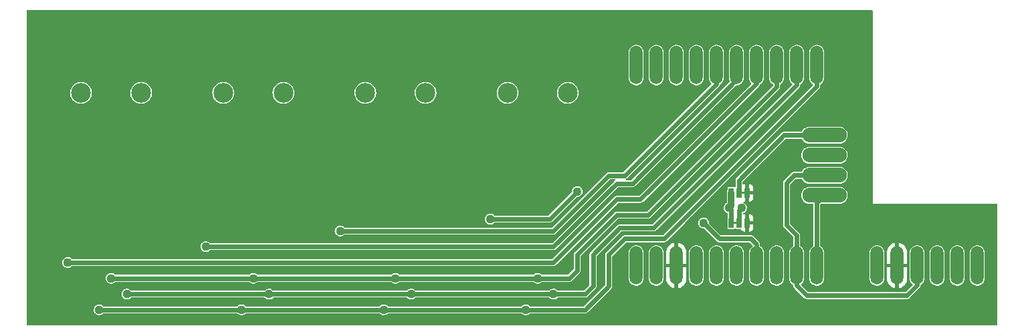
<source format=gbr>
%TF.GenerationSoftware,KiCad,Pcbnew,(6.0.9)*%
%TF.CreationDate,2022-12-27T14:58:47-08:00*%
%TF.ProjectId,esp32-poe-thermocouple-hat-prod-onboard,65737033-322d-4706-9f65-2d746865726d,rev?*%
%TF.SameCoordinates,Original*%
%TF.FileFunction,Copper,L2,Bot*%
%TF.FilePolarity,Positive*%
%FSLAX46Y46*%
G04 Gerber Fmt 4.6, Leading zero omitted, Abs format (unit mm)*
G04 Created by KiCad (PCBNEW (6.0.9)) date 2022-12-27 14:58:47*
%MOMM*%
%LPD*%
G01*
G04 APERTURE LIST*
%TA.AperFunction,ComponentPad*%
%ADD10O,1.625600X4.876800*%
%TD*%
%TA.AperFunction,ComponentPad*%
%ADD11O,5.638800X1.879600*%
%TD*%
%TA.AperFunction,SMDPad,CuDef*%
%ADD12R,0.635000X1.270000*%
%TD*%
%TA.AperFunction,ComponentPad*%
%ADD13C,2.500000*%
%TD*%
%TA.AperFunction,ViaPad*%
%ADD14C,1.108000*%
%TD*%
%TA.AperFunction,Conductor*%
%ADD15C,0.609600*%
%TD*%
%TA.AperFunction,Conductor*%
%ADD16C,0.812800*%
%TD*%
%TA.AperFunction,Conductor*%
%ADD17C,0.610000*%
%TD*%
G04 APERTURE END LIST*
%TO.C,JP3*%
G36*
X177939800Y-108303100D02*
G01*
X177533400Y-108303100D01*
X177533400Y-108049100D01*
X177939800Y-108049100D01*
X177939800Y-108303100D01*
G37*
%TO.C,JP4*%
G36*
X176923800Y-112113100D02*
G01*
X176517400Y-112113100D01*
X176517400Y-111859100D01*
X176923800Y-111859100D01*
X176923800Y-112113100D01*
G37*
%TD*%
D10*
%TO.P,BME280,6*%
%TO.N,SDO*%
X207391100Y-117383600D03*
%TO.P,BME280,5*%
%TO.N,CSB*%
X204851100Y-117383600D03*
%TO.P,BME280,4*%
%TO.N,GPIO5/SDA*%
X202311100Y-117383600D03*
%TO.P,BME280,3*%
%TO.N,GPIO4/SCL*%
X199771100Y-117383600D03*
%TO.P,BME280,2*%
%TO.N,GND*%
X197231100Y-117383600D03*
%TO.P,BME280,1*%
%TO.N,3.3V*%
X194691100Y-117383600D03*
%TD*%
%TO.P,JP1,10*%
%TO.N,GPIO5/SDA*%
X187071100Y-117383600D03*
%TO.P,JP1,9*%
%TO.N,GPIO4/SCL*%
X184531100Y-117383600D03*
%TO.P,JP1,8*%
%TO.N,GPIO03*%
X181991100Y-117383600D03*
%TO.P,JP1,7*%
%TO.N,GPIO02/CS1*%
X179451100Y-117383600D03*
%TO.P,JP1,6*%
%TO.N,GPIO01*%
X176911100Y-117383600D03*
%TO.P,JP1,5*%
%TO.N,GPIO00*%
X174371100Y-117383600D03*
%TO.P,JP1,4*%
%TO.N,ESP_EN*%
X171831100Y-117383600D03*
%TO.P,JP1,3*%
%TO.N,GND*%
X169291100Y-117383600D03*
%TO.P,JP1,2*%
%TO.N,3.3V*%
X166751100Y-117383600D03*
%TO.P,JP1,1*%
%TO.N,5V*%
X164211100Y-117383600D03*
%TD*%
%TO.P,JP2,10*%
%TO.N,GPIO13/SCK*%
X187071100Y-91983600D03*
%TO.P,JP2,9*%
%TO.N,GPIO14/MISO*%
X184531100Y-91983600D03*
%TO.P,JP2,8*%
%TO.N,GPIO15/MOSI*%
X181991100Y-91983600D03*
%TO.P,JP2,7*%
%TO.N,GPIO16/CS4*%
X179451100Y-91983600D03*
%TO.P,JP2,6*%
%TO.N,GPIO32/CS3*%
X176911100Y-91983600D03*
%TO.P,JP2,5*%
%TO.N,GPIO33/CS2*%
X174371100Y-91983600D03*
%TO.P,JP2,4*%
%TO.N,GPIO34*%
X171831100Y-91983600D03*
%TO.P,JP2,3*%
%TO.N,GPIO35*%
X169291100Y-91983600D03*
%TO.P,JP2,2*%
%TO.N,GPIO36*%
X166751100Y-91983600D03*
%TO.P,JP2,1*%
%TO.N,GPIO39*%
X164211100Y-91983600D03*
%TD*%
D11*
%TO.P,U$1,4*%
%TO.N,GPIO5/SDA*%
X188041100Y-108493600D03*
%TO.P,U$1,3*%
%TO.N,GPIO4/SCL*%
X188041100Y-105953600D03*
%TO.P,U$1,2*%
%TO.N,OLED_P2*%
X188041100Y-103413600D03*
%TO.P,U$1,1*%
%TO.N,OLED_P1*%
X188041100Y-100873600D03*
%TD*%
D12*
%TO.P,JP3,3*%
%TO.N,GND*%
X178244600Y-108176100D03*
%TO.P,JP3,2*%
%TO.N,OLED_P1*%
X177228600Y-108176100D03*
%TO.P,JP3,1*%
%TO.N,3.3V*%
X176212600Y-108176100D03*
%TD*%
%TO.P,JP4,3*%
%TO.N,3.3V*%
X176212600Y-111986100D03*
%TO.P,JP4,2*%
%TO.N,OLED_P2*%
X177228600Y-111986100D03*
%TO.P,JP4,1*%
%TO.N,GND*%
X178244600Y-111986100D03*
%TD*%
D13*
%TO.P,J1,2*%
%TO.N,THERM-1*%
X155551100Y-95503600D03*
%TO.P,J1,1*%
%TO.N,THERM+1*%
X147931100Y-95503600D03*
%TD*%
%TO.P,J2,2*%
%TO.N,THERM-2*%
X137551100Y-95503600D03*
%TO.P,J2,1*%
%TO.N,THERM+2*%
X129931100Y-95503600D03*
%TD*%
%TO.P,J3,2*%
%TO.N,THERM-3*%
X119551100Y-95503600D03*
%TO.P,J3,1*%
%TO.N,THERM+3*%
X111931100Y-95503600D03*
%TD*%
%TO.P,J4,2*%
%TO.N,THERM-4*%
X101551100Y-95503600D03*
%TO.P,J4,1*%
%TO.N,THERM+4*%
X93931100Y-95503600D03*
%TD*%
D14*
%TO.N,GPIO33/CS2*%
X126741100Y-113003600D03*
%TO.N,GPIO02/CS1*%
X145741100Y-111503600D03*
X156741100Y-108003600D03*
X172741100Y-112003600D03*
%TO.N,GPIO16/CS4*%
X92241100Y-117003600D03*
%TO.N,GPIO32/CS3*%
X109741100Y-115003600D03*
%TO.N,3.3V*%
X175958600Y-110081100D03*
%TO.N,OLED_P2*%
X177546100Y-110081100D03*
%TO.N,GPIO13/SCK*%
X96241100Y-123003600D03*
X114241100Y-123003600D03*
X132241100Y-123003600D03*
X150241100Y-123003600D03*
%TO.N,GPIO14/MISO*%
X99741100Y-121003600D03*
X117741100Y-121003600D03*
X135741100Y-121003600D03*
X153741100Y-121003600D03*
%TO.N,GPIO15/MOSI*%
X97741100Y-119003600D03*
X115741100Y-119003600D03*
X133741100Y-119003600D03*
X151741100Y-119003600D03*
%TO.N,GND*%
X90241100Y-105503600D03*
X90241100Y-101503600D03*
X104241100Y-104003600D03*
X101241100Y-109503600D03*
X108741100Y-103003600D03*
X122241100Y-104003600D03*
X108741100Y-105503600D03*
X118741100Y-109503600D03*
X136741100Y-109503600D03*
X126741100Y-103003600D03*
X126741100Y-105503600D03*
X140741100Y-104003600D03*
X155241100Y-107503600D03*
X158241100Y-104003600D03*
X144741100Y-103003600D03*
X145241100Y-107503600D03*
%TD*%
D15*
%TO.N,GPIO33/CS2*%
X153741100Y-113003600D02*
X126741100Y-113003600D01*
X160741100Y-106003600D02*
X153741100Y-113003600D01*
X162741100Y-106003600D02*
X160741100Y-106003600D01*
X174371100Y-94373600D02*
X162741100Y-106003600D01*
X174371100Y-91983600D02*
X174371100Y-94373600D01*
%TO.N,GPIO02/CS1*%
X153241100Y-111503600D02*
X145741100Y-111503600D01*
X156741100Y-108003600D02*
X153241100Y-111503600D01*
X174741100Y-114003600D02*
X172741100Y-112003600D01*
X178741100Y-114003600D02*
X174741100Y-114003600D01*
X179451100Y-114713600D02*
X178741100Y-114003600D01*
X179451100Y-117383600D02*
X179451100Y-114713600D01*
%TO.N,GPIO16/CS4*%
X153741100Y-117003600D02*
X92241100Y-117003600D01*
X161741100Y-109003600D02*
X153741100Y-117003600D01*
X164741100Y-109003600D02*
X161741100Y-109003600D01*
X179451100Y-94293600D02*
X164741100Y-109003600D01*
X179451100Y-91983600D02*
X179451100Y-94293600D01*
%TO.N,GPIO32/CS3*%
X153741100Y-115003600D02*
X109741100Y-115003600D01*
X161741100Y-107003600D02*
X153741100Y-115003600D01*
X163741100Y-107003600D02*
X161741100Y-107003600D01*
X176911100Y-93833600D02*
X163741100Y-107003600D01*
X176911100Y-91983600D02*
X176911100Y-93833600D01*
D16*
%TO.N,3.3V*%
X176212600Y-109827100D02*
X175958600Y-110081100D01*
X176212600Y-108176100D02*
X176212600Y-109827100D01*
D17*
X176212600Y-110335100D02*
X175958600Y-110081100D01*
X176212600Y-111986100D02*
X176212600Y-110335100D01*
%TO.N,OLED_P1*%
X177228600Y-106588600D02*
X182943600Y-100873600D01*
X177228600Y-108176100D02*
X177228600Y-106588600D01*
X182943600Y-100873600D02*
X188041100Y-100873600D01*
%TO.N,OLED_P2*%
X177228600Y-110398600D02*
X177546100Y-110081100D01*
X177228600Y-111986100D02*
X177228600Y-110398600D01*
D15*
%TO.N,GPIO13/SCK*%
X114241100Y-123003600D02*
X96241100Y-123003600D01*
X132241100Y-123003600D02*
X114241100Y-123003600D01*
X150241100Y-123003600D02*
X132241100Y-123003600D01*
X157741100Y-123003600D02*
X150241100Y-123003600D01*
X160741100Y-120003600D02*
X157741100Y-123003600D01*
X160741100Y-116003600D02*
X160741100Y-120003600D01*
X162741100Y-114003600D02*
X160741100Y-116003600D01*
X167741100Y-114003600D02*
X162741100Y-114003600D01*
X187071100Y-94673600D02*
X167741100Y-114003600D01*
X187071100Y-94523600D02*
X187071100Y-94673600D01*
D17*
X187071100Y-94523600D02*
X187071100Y-91983600D01*
D15*
%TO.N,GPIO14/MISO*%
X117741100Y-121003600D02*
X99741100Y-121003600D01*
X135741100Y-121003600D02*
X117741100Y-121003600D01*
X153741100Y-121003600D02*
X135741100Y-121003600D01*
X157741100Y-121003600D02*
X153741100Y-121003600D01*
X158741100Y-120003600D02*
X157741100Y-121003600D01*
X158741100Y-116003600D02*
X158741100Y-120003600D01*
X162123600Y-112621100D02*
X158741100Y-116003600D01*
X166433600Y-112621100D02*
X162123600Y-112621100D01*
D17*
X184531100Y-94523600D02*
X184531100Y-91983600D01*
X166433600Y-112621100D02*
X184531100Y-94523600D01*
D15*
%TO.N,GPIO15/MOSI*%
X115741100Y-119003600D02*
X97741100Y-119003600D01*
X133741100Y-119003600D02*
X115741100Y-119003600D01*
X151741100Y-119003600D02*
X133741100Y-119003600D01*
X155741100Y-119003600D02*
X151741100Y-119003600D01*
X156741100Y-118003600D02*
X155741100Y-119003600D01*
X156741100Y-116003600D02*
X156741100Y-118003600D01*
X161741100Y-111003600D02*
X156741100Y-116003600D01*
X165741100Y-111003600D02*
X161741100Y-111003600D01*
X181991100Y-94753600D02*
X165741100Y-111003600D01*
X181991100Y-91983600D02*
X181991100Y-94753600D01*
D17*
%TO.N,GPIO5/SDA*%
X187071100Y-109463600D02*
X188041100Y-108493600D01*
X187071100Y-117383600D02*
X187071100Y-109463600D01*
%TO.N,GPIO4/SCL*%
X184213600Y-105953600D02*
X188041100Y-105953600D01*
X183261100Y-106906100D02*
X184213600Y-105953600D01*
X183261100Y-112303600D02*
X183261100Y-106906100D01*
X184531100Y-113573600D02*
X183261100Y-112303600D01*
X184531100Y-117383600D02*
X184531100Y-113573600D01*
D15*
X199771100Y-119923600D02*
X199771100Y-117383600D01*
X198501100Y-121193600D02*
X199771100Y-119923600D01*
X185801100Y-121193600D02*
X198501100Y-121193600D01*
X184531100Y-119923600D02*
X185801100Y-121193600D01*
X184531100Y-117383600D02*
X184531100Y-119923600D01*
%TD*%
%TA.AperFunction,Conductor*%
%TO.N,GND*%
G36*
X194108631Y-85023813D02*
G01*
X194145176Y-85074113D01*
X194150100Y-85105200D01*
X194150100Y-109573402D01*
X194150018Y-109573600D01*
X194150100Y-109573798D01*
X194150335Y-109574365D01*
X194151100Y-109574682D01*
X194151298Y-109574600D01*
X209829500Y-109574600D01*
X209888631Y-109593813D01*
X209925176Y-109644113D01*
X209930100Y-109675200D01*
X209930100Y-124902000D01*
X209910887Y-124961131D01*
X209860587Y-124997676D01*
X209829500Y-125002600D01*
X87172700Y-125002600D01*
X87113569Y-124983387D01*
X87077024Y-124933087D01*
X87072100Y-124902000D01*
X87072100Y-122996411D01*
X95554633Y-122996411D01*
X95555298Y-123002433D01*
X95572067Y-123154336D01*
X95572068Y-123154340D01*
X95572733Y-123160364D01*
X95629420Y-123315267D01*
X95632806Y-123320306D01*
X95712710Y-123439216D01*
X95721419Y-123452177D01*
X95725905Y-123456259D01*
X95725906Y-123456260D01*
X95739115Y-123468279D01*
X95843421Y-123563189D01*
X95988381Y-123641896D01*
X95994251Y-123643436D01*
X96142064Y-123682214D01*
X96142065Y-123682214D01*
X96147931Y-123683753D01*
X96226671Y-123684990D01*
X96306796Y-123686249D01*
X96306798Y-123686249D01*
X96312859Y-123686344D01*
X96318770Y-123684990D01*
X96318772Y-123684990D01*
X96467735Y-123650873D01*
X96467738Y-123650872D01*
X96473645Y-123649519D01*
X96494560Y-123639000D01*
X96615587Y-123578131D01*
X96615590Y-123578129D01*
X96621006Y-123575405D01*
X96746434Y-123468279D01*
X96747033Y-123467446D01*
X96799494Y-123437885D01*
X96819379Y-123435900D01*
X113664612Y-123435900D01*
X113723743Y-123455113D01*
X113732314Y-123462090D01*
X113843421Y-123563189D01*
X113988381Y-123641896D01*
X113994251Y-123643436D01*
X114142064Y-123682214D01*
X114142065Y-123682214D01*
X114147931Y-123683753D01*
X114226671Y-123684990D01*
X114306796Y-123686249D01*
X114306798Y-123686249D01*
X114312859Y-123686344D01*
X114318770Y-123684990D01*
X114318772Y-123684990D01*
X114467735Y-123650873D01*
X114467738Y-123650872D01*
X114473645Y-123649519D01*
X114494560Y-123639000D01*
X114615587Y-123578131D01*
X114615590Y-123578129D01*
X114621006Y-123575405D01*
X114746434Y-123468279D01*
X114747033Y-123467446D01*
X114799494Y-123437885D01*
X114819379Y-123435900D01*
X131664612Y-123435900D01*
X131723743Y-123455113D01*
X131732314Y-123462090D01*
X131843421Y-123563189D01*
X131988381Y-123641896D01*
X131994251Y-123643436D01*
X132142064Y-123682214D01*
X132142065Y-123682214D01*
X132147931Y-123683753D01*
X132226671Y-123684990D01*
X132306796Y-123686249D01*
X132306798Y-123686249D01*
X132312859Y-123686344D01*
X132318770Y-123684990D01*
X132318772Y-123684990D01*
X132467735Y-123650873D01*
X132467738Y-123650872D01*
X132473645Y-123649519D01*
X132494560Y-123639000D01*
X132615587Y-123578131D01*
X132615590Y-123578129D01*
X132621006Y-123575405D01*
X132746434Y-123468279D01*
X132747033Y-123467446D01*
X132799494Y-123437885D01*
X132819379Y-123435900D01*
X149664612Y-123435900D01*
X149723743Y-123455113D01*
X149732314Y-123462090D01*
X149843421Y-123563189D01*
X149988381Y-123641896D01*
X149994251Y-123643436D01*
X150142064Y-123682214D01*
X150142065Y-123682214D01*
X150147931Y-123683753D01*
X150226671Y-123684990D01*
X150306796Y-123686249D01*
X150306798Y-123686249D01*
X150312859Y-123686344D01*
X150318770Y-123684990D01*
X150318772Y-123684990D01*
X150467735Y-123650873D01*
X150467738Y-123650872D01*
X150473645Y-123649519D01*
X150494560Y-123639000D01*
X150615587Y-123578131D01*
X150615590Y-123578129D01*
X150621006Y-123575405D01*
X150746434Y-123468279D01*
X150747033Y-123467446D01*
X150799494Y-123437885D01*
X150819379Y-123435900D01*
X157709466Y-123435900D01*
X157721290Y-123436597D01*
X157747369Y-123439684D01*
X157747372Y-123439684D01*
X157754833Y-123440567D01*
X157776571Y-123436597D01*
X157810532Y-123430395D01*
X157813647Y-123429876D01*
X157869649Y-123421456D01*
X157875895Y-123418457D01*
X157882711Y-123417212D01*
X157932993Y-123391093D01*
X157935744Y-123389719D01*
X157986833Y-123365186D01*
X157991264Y-123361089D01*
X157992991Y-123359926D01*
X157998070Y-123357288D01*
X158002907Y-123353158D01*
X158038944Y-123317121D01*
X158041791Y-123314383D01*
X158076769Y-123282050D01*
X158076771Y-123282048D01*
X158082291Y-123276945D01*
X158085705Y-123271067D01*
X158091778Y-123264287D01*
X161024415Y-120331650D01*
X161033269Y-120323782D01*
X161053887Y-120307528D01*
X161059793Y-120302872D01*
X161090245Y-120258812D01*
X161091996Y-120256278D01*
X161093795Y-120253760D01*
X161127467Y-120208171D01*
X161129763Y-120201633D01*
X161133702Y-120195934D01*
X161150787Y-120141913D01*
X161151768Y-120138972D01*
X161153438Y-120134219D01*
X161170540Y-120085520D01*
X161170777Y-120079481D01*
X161171171Y-120077459D01*
X161172901Y-120071990D01*
X161173400Y-120065649D01*
X161173400Y-120014684D01*
X161173478Y-120010735D01*
X161175348Y-119963143D01*
X161175348Y-119963141D01*
X161175643Y-119955625D01*
X161173900Y-119949052D01*
X161173400Y-119939960D01*
X161173400Y-119058475D01*
X163270800Y-119058475D01*
X163286282Y-119205776D01*
X163347362Y-119393761D01*
X163349998Y-119398327D01*
X163349999Y-119398329D01*
X163390459Y-119468407D01*
X163446191Y-119564939D01*
X163578451Y-119711828D01*
X163582710Y-119714923D01*
X163582713Y-119714925D01*
X163666051Y-119775473D01*
X163738360Y-119828009D01*
X163918931Y-119908404D01*
X163924081Y-119909499D01*
X163924082Y-119909499D01*
X164107117Y-119948405D01*
X164107122Y-119948406D01*
X164112271Y-119949500D01*
X164309929Y-119949500D01*
X164315078Y-119948406D01*
X164315083Y-119948405D01*
X164498118Y-119909499D01*
X164498119Y-119909499D01*
X164503269Y-119908404D01*
X164683839Y-119828009D01*
X164843749Y-119711828D01*
X164976009Y-119564939D01*
X165031742Y-119468407D01*
X165072201Y-119398329D01*
X165072202Y-119398327D01*
X165074838Y-119393761D01*
X165135918Y-119205776D01*
X165151400Y-119058475D01*
X165810800Y-119058475D01*
X165826282Y-119205776D01*
X165887362Y-119393761D01*
X165889998Y-119398327D01*
X165889999Y-119398329D01*
X165930459Y-119468407D01*
X165986191Y-119564939D01*
X166118451Y-119711828D01*
X166122710Y-119714923D01*
X166122713Y-119714925D01*
X166206051Y-119775473D01*
X166278360Y-119828009D01*
X166458931Y-119908404D01*
X166464081Y-119909499D01*
X166464082Y-119909499D01*
X166647117Y-119948405D01*
X166647122Y-119948406D01*
X166652271Y-119949500D01*
X166849929Y-119949500D01*
X166855078Y-119948406D01*
X166855083Y-119948405D01*
X167038118Y-119909499D01*
X167038119Y-119909499D01*
X167043269Y-119908404D01*
X167223839Y-119828009D01*
X167383749Y-119711828D01*
X167516009Y-119564939D01*
X167571742Y-119468407D01*
X167612201Y-119398329D01*
X167612202Y-119398327D01*
X167614838Y-119393761D01*
X167675918Y-119205776D01*
X167690774Y-119064432D01*
X168021900Y-119064432D01*
X168022100Y-119068916D01*
X168036512Y-119230407D01*
X168038091Y-119239179D01*
X168095512Y-119449081D01*
X168098619Y-119457435D01*
X168192301Y-119653840D01*
X168196847Y-119661528D01*
X168323823Y-119838234D01*
X168329654Y-119844990D01*
X168485922Y-119996423D01*
X168492859Y-120002040D01*
X168673467Y-120123405D01*
X168681287Y-120127704D01*
X168880537Y-120215168D01*
X168889003Y-120218017D01*
X169047405Y-120256046D01*
X169060312Y-120255030D01*
X169062900Y-120245853D01*
X169062900Y-120244197D01*
X169519300Y-120244197D01*
X169523488Y-120257087D01*
X169525194Y-120258326D01*
X169530193Y-120258812D01*
X169551601Y-120256221D01*
X169560327Y-120254367D01*
X169768307Y-120190384D01*
X169776579Y-120187008D01*
X169969934Y-120087209D01*
X169977481Y-120082420D01*
X170150111Y-119949957D01*
X170156674Y-119943922D01*
X170303129Y-119782970D01*
X170308519Y-119775869D01*
X170424158Y-119591525D01*
X170428207Y-119583578D01*
X170509371Y-119381676D01*
X170511948Y-119373140D01*
X170556237Y-119159282D01*
X170557198Y-119151981D01*
X170560217Y-119099618D01*
X170560300Y-119096729D01*
X170560300Y-119058475D01*
X170890800Y-119058475D01*
X170906282Y-119205776D01*
X170967362Y-119393761D01*
X170969998Y-119398327D01*
X170969999Y-119398329D01*
X171010459Y-119468407D01*
X171066191Y-119564939D01*
X171198451Y-119711828D01*
X171202710Y-119714923D01*
X171202713Y-119714925D01*
X171286051Y-119775473D01*
X171358360Y-119828009D01*
X171538931Y-119908404D01*
X171544081Y-119909499D01*
X171544082Y-119909499D01*
X171727117Y-119948405D01*
X171727122Y-119948406D01*
X171732271Y-119949500D01*
X171929929Y-119949500D01*
X171935078Y-119948406D01*
X171935083Y-119948405D01*
X172118118Y-119909499D01*
X172118119Y-119909499D01*
X172123269Y-119908404D01*
X172303839Y-119828009D01*
X172463749Y-119711828D01*
X172596009Y-119564939D01*
X172651742Y-119468407D01*
X172692201Y-119398329D01*
X172692202Y-119398327D01*
X172694838Y-119393761D01*
X172755918Y-119205776D01*
X172771400Y-119058475D01*
X173430800Y-119058475D01*
X173446282Y-119205776D01*
X173507362Y-119393761D01*
X173509998Y-119398327D01*
X173509999Y-119398329D01*
X173550459Y-119468407D01*
X173606191Y-119564939D01*
X173738451Y-119711828D01*
X173742710Y-119714923D01*
X173742713Y-119714925D01*
X173826051Y-119775473D01*
X173898360Y-119828009D01*
X174078931Y-119908404D01*
X174084081Y-119909499D01*
X174084082Y-119909499D01*
X174267117Y-119948405D01*
X174267122Y-119948406D01*
X174272271Y-119949500D01*
X174469929Y-119949500D01*
X174475078Y-119948406D01*
X174475083Y-119948405D01*
X174658118Y-119909499D01*
X174658119Y-119909499D01*
X174663269Y-119908404D01*
X174843839Y-119828009D01*
X175003749Y-119711828D01*
X175136009Y-119564939D01*
X175191742Y-119468407D01*
X175232201Y-119398329D01*
X175232202Y-119398327D01*
X175234838Y-119393761D01*
X175295918Y-119205776D01*
X175311400Y-119058475D01*
X175970800Y-119058475D01*
X175986282Y-119205776D01*
X176047362Y-119393761D01*
X176049998Y-119398327D01*
X176049999Y-119398329D01*
X176090459Y-119468407D01*
X176146191Y-119564939D01*
X176278451Y-119711828D01*
X176282710Y-119714923D01*
X176282713Y-119714925D01*
X176366051Y-119775473D01*
X176438360Y-119828009D01*
X176618931Y-119908404D01*
X176624081Y-119909499D01*
X176624082Y-119909499D01*
X176807117Y-119948405D01*
X176807122Y-119948406D01*
X176812271Y-119949500D01*
X177009929Y-119949500D01*
X177015078Y-119948406D01*
X177015083Y-119948405D01*
X177198118Y-119909499D01*
X177198119Y-119909499D01*
X177203269Y-119908404D01*
X177383839Y-119828009D01*
X177543749Y-119711828D01*
X177676009Y-119564939D01*
X177731742Y-119468407D01*
X177772201Y-119398329D01*
X177772202Y-119398327D01*
X177774838Y-119393761D01*
X177835918Y-119205776D01*
X177851400Y-119058475D01*
X177851400Y-115708725D01*
X177837674Y-115578131D01*
X177836469Y-115566665D01*
X177836469Y-115566664D01*
X177835918Y-115561424D01*
X177774838Y-115373439D01*
X177770073Y-115365186D01*
X177678645Y-115206826D01*
X177678643Y-115206823D01*
X177676009Y-115202261D01*
X177543749Y-115055372D01*
X177539488Y-115052276D01*
X177539487Y-115052275D01*
X177428762Y-114971829D01*
X177383840Y-114939191D01*
X177203269Y-114858796D01*
X177198119Y-114857701D01*
X177198118Y-114857701D01*
X177015083Y-114818795D01*
X177015078Y-114818794D01*
X177009929Y-114817700D01*
X176812271Y-114817700D01*
X176807122Y-114818794D01*
X176807117Y-114818795D01*
X176624082Y-114857701D01*
X176624081Y-114857701D01*
X176618931Y-114858796D01*
X176438361Y-114939191D01*
X176278451Y-115055372D01*
X176146191Y-115202261D01*
X176143557Y-115206823D01*
X176143555Y-115206826D01*
X176052127Y-115365186D01*
X176047362Y-115373439D01*
X175986282Y-115561424D01*
X175985731Y-115566664D01*
X175985731Y-115566665D01*
X175984526Y-115578131D01*
X175970800Y-115708725D01*
X175970800Y-119058475D01*
X175311400Y-119058475D01*
X175311400Y-115708725D01*
X175297674Y-115578131D01*
X175296469Y-115566665D01*
X175296469Y-115566664D01*
X175295918Y-115561424D01*
X175234838Y-115373439D01*
X175230073Y-115365186D01*
X175138645Y-115206826D01*
X175138643Y-115206823D01*
X175136009Y-115202261D01*
X175003749Y-115055372D01*
X174999488Y-115052276D01*
X174999487Y-115052275D01*
X174888762Y-114971829D01*
X174843840Y-114939191D01*
X174663269Y-114858796D01*
X174658119Y-114857701D01*
X174658118Y-114857701D01*
X174475083Y-114818795D01*
X174475078Y-114818794D01*
X174469929Y-114817700D01*
X174272271Y-114817700D01*
X174267122Y-114818794D01*
X174267117Y-114818795D01*
X174084082Y-114857701D01*
X174084081Y-114857701D01*
X174078931Y-114858796D01*
X173898361Y-114939191D01*
X173738451Y-115055372D01*
X173606191Y-115202261D01*
X173603557Y-115206823D01*
X173603555Y-115206826D01*
X173512127Y-115365186D01*
X173507362Y-115373439D01*
X173446282Y-115561424D01*
X173445731Y-115566664D01*
X173445731Y-115566665D01*
X173444526Y-115578131D01*
X173430800Y-115708725D01*
X173430800Y-119058475D01*
X172771400Y-119058475D01*
X172771400Y-115708725D01*
X172757674Y-115578131D01*
X172756469Y-115566665D01*
X172756469Y-115566664D01*
X172755918Y-115561424D01*
X172694838Y-115373439D01*
X172690073Y-115365186D01*
X172598645Y-115206826D01*
X172598643Y-115206823D01*
X172596009Y-115202261D01*
X172463749Y-115055372D01*
X172459488Y-115052276D01*
X172459487Y-115052275D01*
X172348762Y-114971829D01*
X172303840Y-114939191D01*
X172123269Y-114858796D01*
X172118119Y-114857701D01*
X172118118Y-114857701D01*
X171935083Y-114818795D01*
X171935078Y-114818794D01*
X171929929Y-114817700D01*
X171732271Y-114817700D01*
X171727122Y-114818794D01*
X171727117Y-114818795D01*
X171544082Y-114857701D01*
X171544081Y-114857701D01*
X171538931Y-114858796D01*
X171358361Y-114939191D01*
X171198451Y-115055372D01*
X171066191Y-115202261D01*
X171063557Y-115206823D01*
X171063555Y-115206826D01*
X170972127Y-115365186D01*
X170967362Y-115373439D01*
X170906282Y-115561424D01*
X170905731Y-115566664D01*
X170905731Y-115566665D01*
X170904526Y-115578131D01*
X170890800Y-115708725D01*
X170890800Y-119058475D01*
X170560300Y-119058475D01*
X170560300Y-117627733D01*
X170556112Y-117614843D01*
X170551923Y-117611800D01*
X169535233Y-117611800D01*
X169522343Y-117615988D01*
X169519300Y-117620177D01*
X169519300Y-120244197D01*
X169062900Y-120244197D01*
X169062900Y-117627733D01*
X169058712Y-117614843D01*
X169054523Y-117611800D01*
X168037833Y-117611800D01*
X168024943Y-117615988D01*
X168021900Y-117620177D01*
X168021900Y-119064432D01*
X167690774Y-119064432D01*
X167691400Y-119058475D01*
X167691400Y-117139467D01*
X168021900Y-117139467D01*
X168026088Y-117152357D01*
X168030277Y-117155400D01*
X169046967Y-117155400D01*
X169059857Y-117151212D01*
X169062900Y-117147023D01*
X169062900Y-117139467D01*
X169519300Y-117139467D01*
X169523488Y-117152357D01*
X169527677Y-117155400D01*
X170544367Y-117155400D01*
X170557257Y-117151212D01*
X170560300Y-117147023D01*
X170560300Y-115702768D01*
X170560100Y-115698284D01*
X170545688Y-115536793D01*
X170544109Y-115528021D01*
X170486688Y-115318119D01*
X170483581Y-115309765D01*
X170389899Y-115113360D01*
X170385353Y-115105672D01*
X170258377Y-114928966D01*
X170252546Y-114922210D01*
X170096278Y-114770777D01*
X170089341Y-114765160D01*
X169908733Y-114643795D01*
X169900913Y-114639496D01*
X169701663Y-114552032D01*
X169693197Y-114549183D01*
X169534795Y-114511154D01*
X169521888Y-114512170D01*
X169519300Y-114521347D01*
X169519300Y-117139467D01*
X169062900Y-117139467D01*
X169062900Y-114523003D01*
X169058712Y-114510113D01*
X169057006Y-114508874D01*
X169052007Y-114508388D01*
X169030599Y-114510979D01*
X169021873Y-114512833D01*
X168813893Y-114576816D01*
X168805621Y-114580192D01*
X168612266Y-114679991D01*
X168604719Y-114684780D01*
X168432089Y-114817243D01*
X168425526Y-114823278D01*
X168279071Y-114984230D01*
X168273681Y-114991331D01*
X168158042Y-115175675D01*
X168153993Y-115183622D01*
X168072829Y-115385524D01*
X168070252Y-115394060D01*
X168025963Y-115607918D01*
X168025002Y-115615219D01*
X168021983Y-115667582D01*
X168021900Y-115670471D01*
X168021900Y-117139467D01*
X167691400Y-117139467D01*
X167691400Y-115708725D01*
X167677674Y-115578131D01*
X167676469Y-115566665D01*
X167676469Y-115566664D01*
X167675918Y-115561424D01*
X167614838Y-115373439D01*
X167610073Y-115365186D01*
X167518645Y-115206826D01*
X167518643Y-115206823D01*
X167516009Y-115202261D01*
X167383749Y-115055372D01*
X167379488Y-115052276D01*
X167379487Y-115052275D01*
X167268762Y-114971829D01*
X167223840Y-114939191D01*
X167043269Y-114858796D01*
X167038119Y-114857701D01*
X167038118Y-114857701D01*
X166855083Y-114818795D01*
X166855078Y-114818794D01*
X166849929Y-114817700D01*
X166652271Y-114817700D01*
X166647122Y-114818794D01*
X166647117Y-114818795D01*
X166464082Y-114857701D01*
X166464081Y-114857701D01*
X166458931Y-114858796D01*
X166278361Y-114939191D01*
X166118451Y-115055372D01*
X165986191Y-115202261D01*
X165983557Y-115206823D01*
X165983555Y-115206826D01*
X165892127Y-115365186D01*
X165887362Y-115373439D01*
X165826282Y-115561424D01*
X165825731Y-115566664D01*
X165825731Y-115566665D01*
X165824526Y-115578131D01*
X165810800Y-115708725D01*
X165810800Y-119058475D01*
X165151400Y-119058475D01*
X165151400Y-115708725D01*
X165137674Y-115578131D01*
X165136469Y-115566665D01*
X165136469Y-115566664D01*
X165135918Y-115561424D01*
X165074838Y-115373439D01*
X165070073Y-115365186D01*
X164978645Y-115206826D01*
X164978643Y-115206823D01*
X164976009Y-115202261D01*
X164843749Y-115055372D01*
X164839488Y-115052276D01*
X164839487Y-115052275D01*
X164728762Y-114971829D01*
X164683840Y-114939191D01*
X164503269Y-114858796D01*
X164498119Y-114857701D01*
X164498118Y-114857701D01*
X164315083Y-114818795D01*
X164315078Y-114818794D01*
X164309929Y-114817700D01*
X164112271Y-114817700D01*
X164107122Y-114818794D01*
X164107117Y-114818795D01*
X163924082Y-114857701D01*
X163924081Y-114857701D01*
X163918931Y-114858796D01*
X163738361Y-114939191D01*
X163578451Y-115055372D01*
X163446191Y-115202261D01*
X163443557Y-115206823D01*
X163443555Y-115206826D01*
X163352127Y-115365186D01*
X163347362Y-115373439D01*
X163286282Y-115561424D01*
X163285731Y-115566664D01*
X163285731Y-115566665D01*
X163284526Y-115578131D01*
X163270800Y-115708725D01*
X163270800Y-119058475D01*
X161173400Y-119058475D01*
X161173400Y-116224335D01*
X161192613Y-116165204D01*
X161202865Y-116153200D01*
X162890700Y-114465365D01*
X162946098Y-114437139D01*
X162961835Y-114435900D01*
X167709466Y-114435900D01*
X167721290Y-114436597D01*
X167747369Y-114439684D01*
X167747372Y-114439684D01*
X167754833Y-114440567D01*
X167777064Y-114436507D01*
X167810532Y-114430395D01*
X167813647Y-114429876D01*
X167869649Y-114421456D01*
X167875895Y-114418457D01*
X167882711Y-114417212D01*
X167932993Y-114391093D01*
X167935744Y-114389719D01*
X167986833Y-114365186D01*
X167991264Y-114361089D01*
X167992991Y-114359926D01*
X167998070Y-114357288D01*
X168002907Y-114353158D01*
X168038944Y-114317121D01*
X168041791Y-114314383D01*
X168076769Y-114282050D01*
X168076771Y-114282048D01*
X168082291Y-114276945D01*
X168085705Y-114271067D01*
X168091778Y-114264287D01*
X170359654Y-111996411D01*
X172054633Y-111996411D01*
X172057378Y-112021279D01*
X172072067Y-112154336D01*
X172072068Y-112154340D01*
X172072733Y-112160364D01*
X172129420Y-112315267D01*
X172132806Y-112320306D01*
X172216426Y-112444746D01*
X172221419Y-112452177D01*
X172225905Y-112456259D01*
X172225906Y-112456260D01*
X172328493Y-112549606D01*
X172343421Y-112563189D01*
X172348748Y-112566081D01*
X172348749Y-112566082D01*
X172380356Y-112583243D01*
X172488381Y-112641896D01*
X172494251Y-112643436D01*
X172642064Y-112682214D01*
X172642065Y-112682214D01*
X172647931Y-112683753D01*
X172745365Y-112685284D01*
X172771731Y-112685698D01*
X172830553Y-112705838D01*
X172841286Y-112715151D01*
X174413050Y-114286915D01*
X174420918Y-114295769D01*
X174441828Y-114322293D01*
X174448018Y-114326571D01*
X174488422Y-114354496D01*
X174490940Y-114356295D01*
X174536529Y-114389967D01*
X174543066Y-114392263D01*
X174548766Y-114396202D01*
X174585811Y-114407918D01*
X174602770Y-114413282D01*
X174605766Y-114414282D01*
X174652085Y-114430548D01*
X174652086Y-114430548D01*
X174659179Y-114433039D01*
X174665212Y-114433276D01*
X174667240Y-114433671D01*
X174672710Y-114435401D01*
X174679051Y-114435900D01*
X174730041Y-114435900D01*
X174733990Y-114435978D01*
X174781555Y-114437847D01*
X174781558Y-114437847D01*
X174789074Y-114438142D01*
X174795646Y-114436399D01*
X174804728Y-114435900D01*
X178520365Y-114435900D01*
X178579496Y-114455113D01*
X178591500Y-114465365D01*
X178945442Y-114819307D01*
X178973668Y-114874705D01*
X178963942Y-114936113D01*
X178933438Y-114971829D01*
X178822713Y-115052275D01*
X178822712Y-115052276D01*
X178818451Y-115055372D01*
X178686191Y-115202261D01*
X178683557Y-115206823D01*
X178683555Y-115206826D01*
X178592127Y-115365186D01*
X178587362Y-115373439D01*
X178526282Y-115561424D01*
X178525731Y-115566664D01*
X178525731Y-115566665D01*
X178524526Y-115578131D01*
X178510800Y-115708725D01*
X178510800Y-119058475D01*
X178526282Y-119205776D01*
X178587362Y-119393761D01*
X178589998Y-119398327D01*
X178589999Y-119398329D01*
X178630459Y-119468407D01*
X178686191Y-119564939D01*
X178818451Y-119711828D01*
X178822710Y-119714923D01*
X178822713Y-119714925D01*
X178906051Y-119775473D01*
X178978360Y-119828009D01*
X179158931Y-119908404D01*
X179164081Y-119909499D01*
X179164082Y-119909499D01*
X179347117Y-119948405D01*
X179347122Y-119948406D01*
X179352271Y-119949500D01*
X179549929Y-119949500D01*
X179555078Y-119948406D01*
X179555083Y-119948405D01*
X179738118Y-119909499D01*
X179738119Y-119909499D01*
X179743269Y-119908404D01*
X179923839Y-119828009D01*
X180083749Y-119711828D01*
X180216009Y-119564939D01*
X180271742Y-119468407D01*
X180312201Y-119398329D01*
X180312202Y-119398327D01*
X180314838Y-119393761D01*
X180375918Y-119205776D01*
X180391400Y-119058475D01*
X181050800Y-119058475D01*
X181066282Y-119205776D01*
X181127362Y-119393761D01*
X181129998Y-119398327D01*
X181129999Y-119398329D01*
X181170459Y-119468407D01*
X181226191Y-119564939D01*
X181358451Y-119711828D01*
X181362710Y-119714923D01*
X181362713Y-119714925D01*
X181446051Y-119775473D01*
X181518360Y-119828009D01*
X181698931Y-119908404D01*
X181704081Y-119909499D01*
X181704082Y-119909499D01*
X181887117Y-119948405D01*
X181887122Y-119948406D01*
X181892271Y-119949500D01*
X182089929Y-119949500D01*
X182095078Y-119948406D01*
X182095083Y-119948405D01*
X182278118Y-119909499D01*
X182278119Y-119909499D01*
X182283269Y-119908404D01*
X182463839Y-119828009D01*
X182623749Y-119711828D01*
X182756009Y-119564939D01*
X182811742Y-119468407D01*
X182852201Y-119398329D01*
X182852202Y-119398327D01*
X182854838Y-119393761D01*
X182915918Y-119205776D01*
X182931400Y-119058475D01*
X182931400Y-115708725D01*
X182917674Y-115578131D01*
X182916469Y-115566665D01*
X182916469Y-115566664D01*
X182915918Y-115561424D01*
X182854838Y-115373439D01*
X182850073Y-115365186D01*
X182758645Y-115206826D01*
X182758643Y-115206823D01*
X182756009Y-115202261D01*
X182623749Y-115055372D01*
X182619488Y-115052276D01*
X182619487Y-115052275D01*
X182508762Y-114971829D01*
X182463840Y-114939191D01*
X182283269Y-114858796D01*
X182278119Y-114857701D01*
X182278118Y-114857701D01*
X182095083Y-114818795D01*
X182095078Y-114818794D01*
X182089929Y-114817700D01*
X181892271Y-114817700D01*
X181887122Y-114818794D01*
X181887117Y-114818795D01*
X181704082Y-114857701D01*
X181704081Y-114857701D01*
X181698931Y-114858796D01*
X181518361Y-114939191D01*
X181358451Y-115055372D01*
X181226191Y-115202261D01*
X181223557Y-115206823D01*
X181223555Y-115206826D01*
X181132127Y-115365186D01*
X181127362Y-115373439D01*
X181066282Y-115561424D01*
X181065731Y-115566664D01*
X181065731Y-115566665D01*
X181064526Y-115578131D01*
X181050800Y-115708725D01*
X181050800Y-119058475D01*
X180391400Y-119058475D01*
X180391400Y-115708725D01*
X180377674Y-115578131D01*
X180376469Y-115566665D01*
X180376469Y-115566664D01*
X180375918Y-115561424D01*
X180314838Y-115373439D01*
X180310073Y-115365186D01*
X180218645Y-115206826D01*
X180218643Y-115206823D01*
X180216009Y-115202261D01*
X180083749Y-115055372D01*
X180079488Y-115052276D01*
X180079487Y-115052275D01*
X179968762Y-114971829D01*
X179924868Y-114939938D01*
X179888324Y-114889639D01*
X179883400Y-114858552D01*
X179883400Y-114745242D01*
X179884097Y-114733417D01*
X179887185Y-114707332D01*
X179887185Y-114707329D01*
X179888068Y-114699868D01*
X179883385Y-114674228D01*
X179877894Y-114644158D01*
X179877375Y-114641043D01*
X179870073Y-114592482D01*
X179868956Y-114585051D01*
X179865957Y-114578805D01*
X179864712Y-114571989D01*
X179838600Y-114521721D01*
X179837194Y-114518906D01*
X179815943Y-114474649D01*
X179815942Y-114474647D01*
X179812686Y-114467867D01*
X179808592Y-114463438D01*
X179807430Y-114461713D01*
X179804789Y-114456630D01*
X179800658Y-114451793D01*
X179764621Y-114415756D01*
X179761883Y-114412909D01*
X179729550Y-114377931D01*
X179729548Y-114377929D01*
X179724445Y-114372409D01*
X179718567Y-114368995D01*
X179711787Y-114362922D01*
X179069150Y-113720285D01*
X179061282Y-113711431D01*
X179045028Y-113690813D01*
X179040372Y-113684907D01*
X178993778Y-113652704D01*
X178991260Y-113650905D01*
X178945671Y-113617233D01*
X178939134Y-113614937D01*
X178933434Y-113610998D01*
X178879378Y-113593902D01*
X178876495Y-113592940D01*
X178823020Y-113574161D01*
X178816988Y-113573924D01*
X178814960Y-113573529D01*
X178809490Y-113571799D01*
X178803149Y-113571300D01*
X178752174Y-113571300D01*
X178748224Y-113571222D01*
X178700645Y-113569352D01*
X178700642Y-113569352D01*
X178693126Y-113569057D01*
X178686551Y-113570800D01*
X178677464Y-113571300D01*
X174961834Y-113571300D01*
X174902703Y-113552087D01*
X174890699Y-113541835D01*
X173455447Y-112106582D01*
X173427221Y-112051184D01*
X173427011Y-112024546D01*
X173426740Y-112024525D01*
X173426985Y-112021300D01*
X173426985Y-112021279D01*
X173426989Y-112021253D01*
X173426990Y-112021235D01*
X173427454Y-112017977D01*
X173427605Y-112003600D01*
X173423347Y-111968407D01*
X173408518Y-111845868D01*
X173408517Y-111845866D01*
X173407789Y-111839846D01*
X173400406Y-111820306D01*
X173351628Y-111691221D01*
X173351627Y-111691220D01*
X173349483Y-111685545D01*
X173256055Y-111549606D01*
X173132898Y-111439877D01*
X172987121Y-111362692D01*
X172910667Y-111343488D01*
X172833028Y-111323986D01*
X172833024Y-111323986D01*
X172827142Y-111322508D01*
X172821077Y-111322476D01*
X172821075Y-111322476D01*
X172746189Y-111322084D01*
X172662195Y-111321645D01*
X172612015Y-111333692D01*
X172507709Y-111358733D01*
X172507706Y-111358734D01*
X172501804Y-111360151D01*
X172496410Y-111362935D01*
X172380862Y-111422574D01*
X172355227Y-111435805D01*
X172230927Y-111544238D01*
X172183504Y-111611715D01*
X172139569Y-111674228D01*
X172139567Y-111674232D01*
X172136081Y-111679192D01*
X172133878Y-111684841D01*
X172133877Y-111684844D01*
X172078368Y-111827217D01*
X172076163Y-111832873D01*
X172068496Y-111891112D01*
X172058337Y-111968279D01*
X172054633Y-111996411D01*
X170359654Y-111996411D01*
X172282154Y-110073911D01*
X175272133Y-110073911D01*
X175272798Y-110079933D01*
X175289567Y-110231836D01*
X175289568Y-110231840D01*
X175290233Y-110237864D01*
X175346920Y-110392767D01*
X175350306Y-110397806D01*
X175355947Y-110406200D01*
X175438919Y-110529677D01*
X175443405Y-110533759D01*
X175443406Y-110533760D01*
X175502375Y-110587417D01*
X175560921Y-110640689D01*
X175566248Y-110643581D01*
X175566249Y-110643582D01*
X175700550Y-110716502D01*
X175700553Y-110716503D01*
X175705881Y-110719396D01*
X175711749Y-110720935D01*
X175716532Y-110722829D01*
X175764439Y-110762460D01*
X175780100Y-110816365D01*
X175780100Y-111274074D01*
X175774687Y-111301290D01*
X175774998Y-111301352D01*
X175767600Y-111338542D01*
X175767600Y-112633658D01*
X175774998Y-112670848D01*
X175780501Y-112679083D01*
X175780501Y-112679084D01*
X175785348Y-112686338D01*
X175803178Y-112713022D01*
X175845352Y-112741202D01*
X175855065Y-112743134D01*
X175855067Y-112743135D01*
X175870333Y-112746171D01*
X175882542Y-112748600D01*
X176542658Y-112748600D01*
X176554867Y-112746171D01*
X176570133Y-112743135D01*
X176570135Y-112743134D01*
X176579848Y-112741202D01*
X176622022Y-112713022D01*
X176627525Y-112704786D01*
X176627529Y-112704782D01*
X176636955Y-112690675D01*
X176685781Y-112652184D01*
X176747908Y-112649743D01*
X176799603Y-112684286D01*
X176804245Y-112690675D01*
X176813671Y-112704782D01*
X176813675Y-112704786D01*
X176819178Y-112713022D01*
X176861352Y-112741202D01*
X176871065Y-112743134D01*
X176871067Y-112743135D01*
X176886333Y-112746171D01*
X176898542Y-112748600D01*
X177416829Y-112748600D01*
X177475960Y-112767813D01*
X177511746Y-112815866D01*
X177516703Y-112829980D01*
X177523662Y-112843124D01*
X177596264Y-112941421D01*
X177606779Y-112951936D01*
X177705076Y-113024538D01*
X177718222Y-113031498D01*
X177834829Y-113072449D01*
X177846714Y-113075057D01*
X177870200Y-113077277D01*
X177874941Y-113077500D01*
X178000467Y-113077500D01*
X178013357Y-113073312D01*
X178016400Y-113069123D01*
X178016400Y-113061566D01*
X178472800Y-113061566D01*
X178476988Y-113074456D01*
X178481177Y-113077499D01*
X178614276Y-113077499D01*
X178618984Y-113077277D01*
X178642480Y-113075057D01*
X178654375Y-113072447D01*
X178770978Y-113031498D01*
X178784124Y-113024538D01*
X178882421Y-112951936D01*
X178892936Y-112941421D01*
X178965538Y-112843124D01*
X178972498Y-112829978D01*
X179013449Y-112713371D01*
X179016057Y-112701486D01*
X179018277Y-112678000D01*
X179018500Y-112673259D01*
X179018500Y-112317338D01*
X182823931Y-112317338D01*
X182834108Y-112373062D01*
X182834627Y-112376179D01*
X182843050Y-112432209D01*
X182846051Y-112438458D01*
X182847296Y-112445277D01*
X182850762Y-112451949D01*
X182873416Y-112495560D01*
X182874828Y-112498387D01*
X182895692Y-112541835D01*
X182899347Y-112549447D01*
X182903449Y-112553885D01*
X182904606Y-112555601D01*
X182907248Y-112560688D01*
X182911387Y-112565534D01*
X182947431Y-112601578D01*
X182950169Y-112604426D01*
X182987628Y-112644949D01*
X182993509Y-112648365D01*
X183000297Y-112654444D01*
X184069135Y-113723283D01*
X184097361Y-113778681D01*
X184098600Y-113794418D01*
X184098600Y-114858698D01*
X184079387Y-114917829D01*
X184057132Y-114940084D01*
X183898451Y-115055372D01*
X183766191Y-115202261D01*
X183763557Y-115206823D01*
X183763555Y-115206826D01*
X183672127Y-115365186D01*
X183667362Y-115373439D01*
X183606282Y-115561424D01*
X183605731Y-115566664D01*
X183605731Y-115566665D01*
X183604526Y-115578131D01*
X183590800Y-115708725D01*
X183590800Y-119058475D01*
X183606282Y-119205776D01*
X183667362Y-119393761D01*
X183669998Y-119398327D01*
X183669999Y-119398329D01*
X183710459Y-119468407D01*
X183766191Y-119564939D01*
X183898451Y-119711828D01*
X183902710Y-119714923D01*
X183902713Y-119714925D01*
X183974475Y-119767063D01*
X184055514Y-119825941D01*
X184092058Y-119876240D01*
X184096285Y-119919151D01*
X184094133Y-119937333D01*
X184095484Y-119944730D01*
X184104305Y-119993032D01*
X184104823Y-119996144D01*
X184113244Y-120052149D01*
X184116243Y-120058395D01*
X184117488Y-120065211D01*
X184143607Y-120115493D01*
X184144981Y-120118244D01*
X184169514Y-120169333D01*
X184173611Y-120173764D01*
X184174774Y-120175491D01*
X184177412Y-120180570D01*
X184181542Y-120185407D01*
X184217579Y-120221444D01*
X184220317Y-120224291D01*
X184251779Y-120258326D01*
X184257755Y-120264791D01*
X184263633Y-120268205D01*
X184270413Y-120274278D01*
X185473050Y-121476915D01*
X185480918Y-121485769D01*
X185501828Y-121512293D01*
X185508018Y-121516571D01*
X185548422Y-121544496D01*
X185550940Y-121546295D01*
X185596529Y-121579967D01*
X185603066Y-121582263D01*
X185608766Y-121586202D01*
X185645811Y-121597918D01*
X185662770Y-121603282D01*
X185665766Y-121604282D01*
X185712085Y-121620548D01*
X185712086Y-121620548D01*
X185719179Y-121623039D01*
X185725212Y-121623276D01*
X185727240Y-121623671D01*
X185732710Y-121625401D01*
X185739051Y-121625900D01*
X185790041Y-121625900D01*
X185793990Y-121625978D01*
X185841555Y-121627847D01*
X185841558Y-121627847D01*
X185849074Y-121628142D01*
X185855646Y-121626399D01*
X185864728Y-121625900D01*
X198469466Y-121625900D01*
X198481290Y-121626597D01*
X198507369Y-121629684D01*
X198507372Y-121629684D01*
X198514833Y-121630567D01*
X198537064Y-121626507D01*
X198570532Y-121620395D01*
X198573647Y-121619876D01*
X198629649Y-121611456D01*
X198635895Y-121608457D01*
X198642711Y-121607212D01*
X198692993Y-121581093D01*
X198695744Y-121579719D01*
X198746833Y-121555186D01*
X198751264Y-121551089D01*
X198752991Y-121549926D01*
X198758070Y-121547288D01*
X198762907Y-121543158D01*
X198798944Y-121507121D01*
X198801791Y-121504383D01*
X198836769Y-121472050D01*
X198836771Y-121472048D01*
X198842291Y-121466945D01*
X198845705Y-121461067D01*
X198851778Y-121454287D01*
X200054415Y-120251650D01*
X200063269Y-120243782D01*
X200083887Y-120227528D01*
X200089793Y-120222872D01*
X200114720Y-120186806D01*
X200121996Y-120176278D01*
X200123795Y-120173760D01*
X200157467Y-120128171D01*
X200159763Y-120121634D01*
X200163702Y-120115934D01*
X200179912Y-120064680D01*
X200180782Y-120061930D01*
X200181782Y-120058934D01*
X200198048Y-120012615D01*
X200198048Y-120012614D01*
X200200539Y-120005521D01*
X200200776Y-119999488D01*
X200201171Y-119997460D01*
X200202901Y-119991990D01*
X200203400Y-119985649D01*
X200203400Y-119934659D01*
X200203478Y-119930710D01*
X200204530Y-119903934D01*
X200226049Y-119845602D01*
X200245921Y-119826496D01*
X200403749Y-119711828D01*
X200536009Y-119564939D01*
X200591742Y-119468407D01*
X200632201Y-119398329D01*
X200632202Y-119398327D01*
X200634838Y-119393761D01*
X200695918Y-119205776D01*
X200711400Y-119058475D01*
X201370800Y-119058475D01*
X201386282Y-119205776D01*
X201447362Y-119393761D01*
X201449998Y-119398327D01*
X201449999Y-119398329D01*
X201490459Y-119468407D01*
X201546191Y-119564939D01*
X201678451Y-119711828D01*
X201682710Y-119714923D01*
X201682713Y-119714925D01*
X201766051Y-119775473D01*
X201838360Y-119828009D01*
X202018931Y-119908404D01*
X202024081Y-119909499D01*
X202024082Y-119909499D01*
X202207117Y-119948405D01*
X202207122Y-119948406D01*
X202212271Y-119949500D01*
X202409929Y-119949500D01*
X202415078Y-119948406D01*
X202415083Y-119948405D01*
X202598118Y-119909499D01*
X202598119Y-119909499D01*
X202603269Y-119908404D01*
X202783839Y-119828009D01*
X202943749Y-119711828D01*
X203076009Y-119564939D01*
X203131742Y-119468407D01*
X203172201Y-119398329D01*
X203172202Y-119398327D01*
X203174838Y-119393761D01*
X203235918Y-119205776D01*
X203251400Y-119058475D01*
X203910800Y-119058475D01*
X203926282Y-119205776D01*
X203987362Y-119393761D01*
X203989998Y-119398327D01*
X203989999Y-119398329D01*
X204030459Y-119468407D01*
X204086191Y-119564939D01*
X204218451Y-119711828D01*
X204222710Y-119714923D01*
X204222713Y-119714925D01*
X204306051Y-119775473D01*
X204378360Y-119828009D01*
X204558931Y-119908404D01*
X204564081Y-119909499D01*
X204564082Y-119909499D01*
X204747117Y-119948405D01*
X204747122Y-119948406D01*
X204752271Y-119949500D01*
X204949929Y-119949500D01*
X204955078Y-119948406D01*
X204955083Y-119948405D01*
X205138118Y-119909499D01*
X205138119Y-119909499D01*
X205143269Y-119908404D01*
X205323839Y-119828009D01*
X205483749Y-119711828D01*
X205616009Y-119564939D01*
X205671742Y-119468407D01*
X205712201Y-119398329D01*
X205712202Y-119398327D01*
X205714838Y-119393761D01*
X205775918Y-119205776D01*
X205791400Y-119058475D01*
X206450800Y-119058475D01*
X206466282Y-119205776D01*
X206527362Y-119393761D01*
X206529998Y-119398327D01*
X206529999Y-119398329D01*
X206570459Y-119468407D01*
X206626191Y-119564939D01*
X206758451Y-119711828D01*
X206762710Y-119714923D01*
X206762713Y-119714925D01*
X206846051Y-119775473D01*
X206918360Y-119828009D01*
X207098931Y-119908404D01*
X207104081Y-119909499D01*
X207104082Y-119909499D01*
X207287117Y-119948405D01*
X207287122Y-119948406D01*
X207292271Y-119949500D01*
X207489929Y-119949500D01*
X207495078Y-119948406D01*
X207495083Y-119948405D01*
X207678118Y-119909499D01*
X207678119Y-119909499D01*
X207683269Y-119908404D01*
X207863839Y-119828009D01*
X208023749Y-119711828D01*
X208156009Y-119564939D01*
X208211742Y-119468407D01*
X208252201Y-119398329D01*
X208252202Y-119398327D01*
X208254838Y-119393761D01*
X208315918Y-119205776D01*
X208331400Y-119058475D01*
X208331400Y-115708725D01*
X208317674Y-115578131D01*
X208316469Y-115566665D01*
X208316469Y-115566664D01*
X208315918Y-115561424D01*
X208254838Y-115373439D01*
X208250073Y-115365186D01*
X208158645Y-115206826D01*
X208158643Y-115206823D01*
X208156009Y-115202261D01*
X208023749Y-115055372D01*
X208019488Y-115052276D01*
X208019487Y-115052275D01*
X207908762Y-114971829D01*
X207863840Y-114939191D01*
X207683269Y-114858796D01*
X207678119Y-114857701D01*
X207678118Y-114857701D01*
X207495083Y-114818795D01*
X207495078Y-114818794D01*
X207489929Y-114817700D01*
X207292271Y-114817700D01*
X207287122Y-114818794D01*
X207287117Y-114818795D01*
X207104082Y-114857701D01*
X207104081Y-114857701D01*
X207098931Y-114858796D01*
X206918361Y-114939191D01*
X206758451Y-115055372D01*
X206626191Y-115202261D01*
X206623557Y-115206823D01*
X206623555Y-115206826D01*
X206532127Y-115365186D01*
X206527362Y-115373439D01*
X206466282Y-115561424D01*
X206465731Y-115566664D01*
X206465731Y-115566665D01*
X206464526Y-115578131D01*
X206450800Y-115708725D01*
X206450800Y-119058475D01*
X205791400Y-119058475D01*
X205791400Y-115708725D01*
X205777674Y-115578131D01*
X205776469Y-115566665D01*
X205776469Y-115566664D01*
X205775918Y-115561424D01*
X205714838Y-115373439D01*
X205710073Y-115365186D01*
X205618645Y-115206826D01*
X205618643Y-115206823D01*
X205616009Y-115202261D01*
X205483749Y-115055372D01*
X205479488Y-115052276D01*
X205479487Y-115052275D01*
X205368762Y-114971829D01*
X205323840Y-114939191D01*
X205143269Y-114858796D01*
X205138119Y-114857701D01*
X205138118Y-114857701D01*
X204955083Y-114818795D01*
X204955078Y-114818794D01*
X204949929Y-114817700D01*
X204752271Y-114817700D01*
X204747122Y-114818794D01*
X204747117Y-114818795D01*
X204564082Y-114857701D01*
X204564081Y-114857701D01*
X204558931Y-114858796D01*
X204378361Y-114939191D01*
X204218451Y-115055372D01*
X204086191Y-115202261D01*
X204083557Y-115206823D01*
X204083555Y-115206826D01*
X203992127Y-115365186D01*
X203987362Y-115373439D01*
X203926282Y-115561424D01*
X203925731Y-115566664D01*
X203925731Y-115566665D01*
X203924526Y-115578131D01*
X203910800Y-115708725D01*
X203910800Y-119058475D01*
X203251400Y-119058475D01*
X203251400Y-115708725D01*
X203237674Y-115578131D01*
X203236469Y-115566665D01*
X203236469Y-115566664D01*
X203235918Y-115561424D01*
X203174838Y-115373439D01*
X203170073Y-115365186D01*
X203078645Y-115206826D01*
X203078643Y-115206823D01*
X203076009Y-115202261D01*
X202943749Y-115055372D01*
X202939488Y-115052276D01*
X202939487Y-115052275D01*
X202828762Y-114971829D01*
X202783840Y-114939191D01*
X202603269Y-114858796D01*
X202598119Y-114857701D01*
X202598118Y-114857701D01*
X202415083Y-114818795D01*
X202415078Y-114818794D01*
X202409929Y-114817700D01*
X202212271Y-114817700D01*
X202207122Y-114818794D01*
X202207117Y-114818795D01*
X202024082Y-114857701D01*
X202024081Y-114857701D01*
X202018931Y-114858796D01*
X201838361Y-114939191D01*
X201678451Y-115055372D01*
X201546191Y-115202261D01*
X201543557Y-115206823D01*
X201543555Y-115206826D01*
X201452127Y-115365186D01*
X201447362Y-115373439D01*
X201386282Y-115561424D01*
X201385731Y-115566664D01*
X201385731Y-115566665D01*
X201384526Y-115578131D01*
X201370800Y-115708725D01*
X201370800Y-119058475D01*
X200711400Y-119058475D01*
X200711400Y-115708725D01*
X200697674Y-115578131D01*
X200696469Y-115566665D01*
X200696469Y-115566664D01*
X200695918Y-115561424D01*
X200634838Y-115373439D01*
X200630073Y-115365186D01*
X200538645Y-115206826D01*
X200538643Y-115206823D01*
X200536009Y-115202261D01*
X200403749Y-115055372D01*
X200399488Y-115052276D01*
X200399487Y-115052275D01*
X200288762Y-114971829D01*
X200243840Y-114939191D01*
X200063269Y-114858796D01*
X200058119Y-114857701D01*
X200058118Y-114857701D01*
X199875083Y-114818795D01*
X199875078Y-114818794D01*
X199869929Y-114817700D01*
X199672271Y-114817700D01*
X199667122Y-114818794D01*
X199667117Y-114818795D01*
X199484082Y-114857701D01*
X199484081Y-114857701D01*
X199478931Y-114858796D01*
X199298361Y-114939191D01*
X199138451Y-115055372D01*
X199006191Y-115202261D01*
X199003557Y-115206823D01*
X199003555Y-115206826D01*
X198912127Y-115365186D01*
X198907362Y-115373439D01*
X198846282Y-115561424D01*
X198845731Y-115566664D01*
X198845731Y-115566665D01*
X198844526Y-115578131D01*
X198830800Y-115708725D01*
X198830800Y-119058475D01*
X198846282Y-119205776D01*
X198907362Y-119393761D01*
X198909998Y-119398327D01*
X198909999Y-119398329D01*
X198950459Y-119468407D01*
X199006191Y-119564939D01*
X199138451Y-119711828D01*
X199178144Y-119740667D01*
X199214689Y-119790965D01*
X199214690Y-119853139D01*
X199190148Y-119893188D01*
X198761690Y-120321645D01*
X198351500Y-120731835D01*
X198296102Y-120760061D01*
X198280365Y-120761300D01*
X186021834Y-120761300D01*
X185962703Y-120742087D01*
X185950699Y-120731835D01*
X185112052Y-119893188D01*
X185083826Y-119837790D01*
X185093552Y-119776382D01*
X185124055Y-119740667D01*
X185163749Y-119711828D01*
X185296009Y-119564939D01*
X185351742Y-119468407D01*
X185392201Y-119398329D01*
X185392202Y-119398327D01*
X185394838Y-119393761D01*
X185455918Y-119205776D01*
X185471400Y-119058475D01*
X185471400Y-115708725D01*
X185457674Y-115578131D01*
X185456469Y-115566665D01*
X185456469Y-115566664D01*
X185455918Y-115561424D01*
X185394838Y-115373439D01*
X185390073Y-115365186D01*
X185298645Y-115206826D01*
X185298643Y-115206823D01*
X185296009Y-115202261D01*
X185163749Y-115055372D01*
X185159488Y-115052276D01*
X185159487Y-115052275D01*
X185026869Y-114955923D01*
X185005069Y-114940084D01*
X184968524Y-114889784D01*
X184963600Y-114858697D01*
X184963600Y-113605243D01*
X184964297Y-113593418D01*
X184964356Y-113592924D01*
X184965338Y-113584626D01*
X184967386Y-113567325D01*
X184967386Y-113567322D01*
X184968269Y-113559861D01*
X184958094Y-113504144D01*
X184957575Y-113501028D01*
X184950268Y-113452426D01*
X184950268Y-113452425D01*
X184949150Y-113444991D01*
X184946149Y-113438742D01*
X184944904Y-113431923D01*
X184918781Y-113381634D01*
X184917369Y-113378807D01*
X184910338Y-113364166D01*
X184892853Y-113327753D01*
X184888752Y-113323317D01*
X184887597Y-113321603D01*
X184884952Y-113316511D01*
X184880813Y-113311666D01*
X184844769Y-113275622D01*
X184842031Y-113272774D01*
X184809676Y-113237773D01*
X184804572Y-113232251D01*
X184798691Y-113228835D01*
X184791903Y-113222756D01*
X183723065Y-112153917D01*
X183694839Y-112098519D01*
X183693600Y-112082782D01*
X183693600Y-108486113D01*
X185089062Y-108486113D01*
X185089508Y-108491014D01*
X185089508Y-108491017D01*
X185107284Y-108686344D01*
X185108032Y-108694560D01*
X185167129Y-108895352D01*
X185264100Y-109080842D01*
X185395254Y-109243964D01*
X185555593Y-109378505D01*
X185559907Y-109380877D01*
X185559909Y-109380878D01*
X185635754Y-109422574D01*
X185739011Y-109479340D01*
X185743697Y-109480827D01*
X185743703Y-109480829D01*
X185933828Y-109541139D01*
X185938522Y-109542628D01*
X185943413Y-109543177D01*
X185943415Y-109543177D01*
X186098632Y-109560587D01*
X186098633Y-109560587D01*
X186101423Y-109560900D01*
X186538000Y-109560900D01*
X186597131Y-109580113D01*
X186633676Y-109630413D01*
X186638600Y-109661500D01*
X186638600Y-114858698D01*
X186619387Y-114917829D01*
X186597132Y-114940084D01*
X186438451Y-115055372D01*
X186306191Y-115202261D01*
X186303557Y-115206823D01*
X186303555Y-115206826D01*
X186212127Y-115365186D01*
X186207362Y-115373439D01*
X186146282Y-115561424D01*
X186145731Y-115566664D01*
X186145731Y-115566665D01*
X186144526Y-115578131D01*
X186130800Y-115708725D01*
X186130800Y-119058475D01*
X186146282Y-119205776D01*
X186207362Y-119393761D01*
X186209998Y-119398327D01*
X186209999Y-119398329D01*
X186250459Y-119468407D01*
X186306191Y-119564939D01*
X186438451Y-119711828D01*
X186442710Y-119714923D01*
X186442713Y-119714925D01*
X186526051Y-119775473D01*
X186598360Y-119828009D01*
X186778931Y-119908404D01*
X186784081Y-119909499D01*
X186784082Y-119909499D01*
X186967117Y-119948405D01*
X186967122Y-119948406D01*
X186972271Y-119949500D01*
X187169929Y-119949500D01*
X187175078Y-119948406D01*
X187175083Y-119948405D01*
X187358118Y-119909499D01*
X187358119Y-119909499D01*
X187363269Y-119908404D01*
X187543839Y-119828009D01*
X187703749Y-119711828D01*
X187836009Y-119564939D01*
X187891742Y-119468407D01*
X187932201Y-119398329D01*
X187932202Y-119398327D01*
X187934838Y-119393761D01*
X187995918Y-119205776D01*
X188011400Y-119058475D01*
X193750800Y-119058475D01*
X193766282Y-119205776D01*
X193827362Y-119393761D01*
X193829998Y-119398327D01*
X193829999Y-119398329D01*
X193870459Y-119468407D01*
X193926191Y-119564939D01*
X194058451Y-119711828D01*
X194062710Y-119714923D01*
X194062713Y-119714925D01*
X194146051Y-119775473D01*
X194218360Y-119828009D01*
X194398931Y-119908404D01*
X194404081Y-119909499D01*
X194404082Y-119909499D01*
X194587117Y-119948405D01*
X194587122Y-119948406D01*
X194592271Y-119949500D01*
X194789929Y-119949500D01*
X194795078Y-119948406D01*
X194795083Y-119948405D01*
X194978118Y-119909499D01*
X194978119Y-119909499D01*
X194983269Y-119908404D01*
X195163839Y-119828009D01*
X195323749Y-119711828D01*
X195456009Y-119564939D01*
X195511742Y-119468407D01*
X195552201Y-119398329D01*
X195552202Y-119398327D01*
X195554838Y-119393761D01*
X195615918Y-119205776D01*
X195630774Y-119064432D01*
X195961900Y-119064432D01*
X195962100Y-119068916D01*
X195976512Y-119230407D01*
X195978091Y-119239179D01*
X196035512Y-119449081D01*
X196038619Y-119457435D01*
X196132301Y-119653840D01*
X196136847Y-119661528D01*
X196263823Y-119838234D01*
X196269654Y-119844990D01*
X196425922Y-119996423D01*
X196432859Y-120002040D01*
X196613467Y-120123405D01*
X196621287Y-120127704D01*
X196820537Y-120215168D01*
X196829003Y-120218017D01*
X196987405Y-120256046D01*
X197000312Y-120255030D01*
X197002900Y-120245853D01*
X197002900Y-120244197D01*
X197459300Y-120244197D01*
X197463488Y-120257087D01*
X197465194Y-120258326D01*
X197470193Y-120258812D01*
X197491601Y-120256221D01*
X197500327Y-120254367D01*
X197708307Y-120190384D01*
X197716579Y-120187008D01*
X197909934Y-120087209D01*
X197917481Y-120082420D01*
X198090111Y-119949957D01*
X198096674Y-119943922D01*
X198243129Y-119782970D01*
X198248519Y-119775869D01*
X198364158Y-119591525D01*
X198368207Y-119583578D01*
X198449371Y-119381676D01*
X198451948Y-119373140D01*
X198496237Y-119159282D01*
X198497198Y-119151981D01*
X198500217Y-119099618D01*
X198500300Y-119096729D01*
X198500300Y-117627733D01*
X198496112Y-117614843D01*
X198491923Y-117611800D01*
X197475233Y-117611800D01*
X197462343Y-117615988D01*
X197459300Y-117620177D01*
X197459300Y-120244197D01*
X197002900Y-120244197D01*
X197002900Y-117627733D01*
X196998712Y-117614843D01*
X196994523Y-117611800D01*
X195977833Y-117611800D01*
X195964943Y-117615988D01*
X195961900Y-117620177D01*
X195961900Y-119064432D01*
X195630774Y-119064432D01*
X195631400Y-119058475D01*
X195631400Y-117139467D01*
X195961900Y-117139467D01*
X195966088Y-117152357D01*
X195970277Y-117155400D01*
X196986967Y-117155400D01*
X196999857Y-117151212D01*
X197002900Y-117147023D01*
X197002900Y-117139467D01*
X197459300Y-117139467D01*
X197463488Y-117152357D01*
X197467677Y-117155400D01*
X198484367Y-117155400D01*
X198497257Y-117151212D01*
X198500300Y-117147023D01*
X198500300Y-115702768D01*
X198500100Y-115698284D01*
X198485688Y-115536793D01*
X198484109Y-115528021D01*
X198426688Y-115318119D01*
X198423581Y-115309765D01*
X198329899Y-115113360D01*
X198325353Y-115105672D01*
X198198377Y-114928966D01*
X198192546Y-114922210D01*
X198036278Y-114770777D01*
X198029341Y-114765160D01*
X197848733Y-114643795D01*
X197840913Y-114639496D01*
X197641663Y-114552032D01*
X197633197Y-114549183D01*
X197474795Y-114511154D01*
X197461888Y-114512170D01*
X197459300Y-114521347D01*
X197459300Y-117139467D01*
X197002900Y-117139467D01*
X197002900Y-114523003D01*
X196998712Y-114510113D01*
X196997006Y-114508874D01*
X196992007Y-114508388D01*
X196970599Y-114510979D01*
X196961873Y-114512833D01*
X196753893Y-114576816D01*
X196745621Y-114580192D01*
X196552266Y-114679991D01*
X196544719Y-114684780D01*
X196372089Y-114817243D01*
X196365526Y-114823278D01*
X196219071Y-114984230D01*
X196213681Y-114991331D01*
X196098042Y-115175675D01*
X196093993Y-115183622D01*
X196012829Y-115385524D01*
X196010252Y-115394060D01*
X195965963Y-115607918D01*
X195965002Y-115615219D01*
X195961983Y-115667582D01*
X195961900Y-115670471D01*
X195961900Y-117139467D01*
X195631400Y-117139467D01*
X195631400Y-115708725D01*
X195617674Y-115578131D01*
X195616469Y-115566665D01*
X195616469Y-115566664D01*
X195615918Y-115561424D01*
X195554838Y-115373439D01*
X195550073Y-115365186D01*
X195458645Y-115206826D01*
X195458643Y-115206823D01*
X195456009Y-115202261D01*
X195323749Y-115055372D01*
X195319488Y-115052276D01*
X195319487Y-115052275D01*
X195208762Y-114971829D01*
X195163840Y-114939191D01*
X194983269Y-114858796D01*
X194978119Y-114857701D01*
X194978118Y-114857701D01*
X194795083Y-114818795D01*
X194795078Y-114818794D01*
X194789929Y-114817700D01*
X194592271Y-114817700D01*
X194587122Y-114818794D01*
X194587117Y-114818795D01*
X194404082Y-114857701D01*
X194404081Y-114857701D01*
X194398931Y-114858796D01*
X194218361Y-114939191D01*
X194058451Y-115055372D01*
X193926191Y-115202261D01*
X193923557Y-115206823D01*
X193923555Y-115206826D01*
X193832127Y-115365186D01*
X193827362Y-115373439D01*
X193766282Y-115561424D01*
X193765731Y-115566664D01*
X193765731Y-115566665D01*
X193764526Y-115578131D01*
X193750800Y-115708725D01*
X193750800Y-119058475D01*
X188011400Y-119058475D01*
X188011400Y-115708725D01*
X187997674Y-115578131D01*
X187996469Y-115566665D01*
X187996469Y-115566664D01*
X187995918Y-115561424D01*
X187934838Y-115373439D01*
X187930073Y-115365186D01*
X187838645Y-115206826D01*
X187838643Y-115206823D01*
X187836009Y-115202261D01*
X187703749Y-115055372D01*
X187699488Y-115052276D01*
X187699487Y-115052275D01*
X187566869Y-114955923D01*
X187545069Y-114940084D01*
X187508524Y-114889784D01*
X187503600Y-114858697D01*
X187503600Y-109684417D01*
X187522813Y-109625286D01*
X187533065Y-109613282D01*
X187555982Y-109590365D01*
X187611380Y-109562139D01*
X187627117Y-109560900D01*
X189973366Y-109560900D01*
X190129009Y-109545639D01*
X190133719Y-109544217D01*
X190133724Y-109544216D01*
X190324669Y-109486566D01*
X190324673Y-109486564D01*
X190329384Y-109485142D01*
X190514193Y-109386878D01*
X190676395Y-109254589D01*
X190722258Y-109199150D01*
X190806680Y-109097102D01*
X190806683Y-109097097D01*
X190809813Y-109093314D01*
X190875512Y-108971807D01*
X190907028Y-108913520D01*
X190907030Y-108913516D01*
X190909365Y-108909197D01*
X190911168Y-108903371D01*
X190969804Y-108713950D01*
X190969804Y-108713948D01*
X190971259Y-108709249D01*
X190993138Y-108501087D01*
X190991776Y-108486113D01*
X190974614Y-108297539D01*
X190974614Y-108297537D01*
X190974168Y-108292640D01*
X190915071Y-108091848D01*
X190818100Y-107906358D01*
X190686946Y-107743236D01*
X190526607Y-107608695D01*
X190507181Y-107598015D01*
X190347505Y-107510233D01*
X190343189Y-107507860D01*
X190338503Y-107506373D01*
X190338497Y-107506371D01*
X190148372Y-107446061D01*
X190143678Y-107444572D01*
X190138787Y-107444023D01*
X190138785Y-107444023D01*
X189983568Y-107426613D01*
X189983567Y-107426613D01*
X189980777Y-107426300D01*
X186108834Y-107426300D01*
X185953191Y-107441561D01*
X185948481Y-107442983D01*
X185948476Y-107442984D01*
X185757531Y-107500634D01*
X185757527Y-107500636D01*
X185752816Y-107502058D01*
X185568007Y-107600322D01*
X185405805Y-107732611D01*
X185393845Y-107747068D01*
X185275520Y-107890098D01*
X185275517Y-107890103D01*
X185272387Y-107893886D01*
X185270049Y-107898210D01*
X185176881Y-108070521D01*
X185172835Y-108078003D01*
X185110941Y-108277951D01*
X185089062Y-108486113D01*
X183693600Y-108486113D01*
X183693600Y-107126917D01*
X183712813Y-107067786D01*
X183723065Y-107055782D01*
X184363282Y-106415565D01*
X184418680Y-106387339D01*
X184434417Y-106386100D01*
X185122278Y-106386100D01*
X185181409Y-106405313D01*
X185211430Y-106440093D01*
X185249843Y-106513570D01*
X185264100Y-106540842D01*
X185395254Y-106703964D01*
X185555593Y-106838505D01*
X185559907Y-106840877D01*
X185559909Y-106840878D01*
X185647302Y-106888922D01*
X185739011Y-106939340D01*
X185743697Y-106940827D01*
X185743703Y-106940829D01*
X185933828Y-107001139D01*
X185938522Y-107002628D01*
X185943413Y-107003177D01*
X185943415Y-107003177D01*
X186098632Y-107020587D01*
X186098633Y-107020587D01*
X186101423Y-107020900D01*
X189973366Y-107020900D01*
X190129009Y-107005639D01*
X190133719Y-107004217D01*
X190133724Y-107004216D01*
X190324669Y-106946566D01*
X190324673Y-106946564D01*
X190329384Y-106945142D01*
X190514193Y-106846878D01*
X190676395Y-106714589D01*
X190727117Y-106653276D01*
X190806680Y-106557102D01*
X190806683Y-106557097D01*
X190809813Y-106553314D01*
X190837674Y-106501787D01*
X190907028Y-106373520D01*
X190907030Y-106373516D01*
X190909365Y-106369197D01*
X190919305Y-106337087D01*
X190969804Y-106173950D01*
X190969804Y-106173948D01*
X190971259Y-106169249D01*
X190993138Y-105961087D01*
X190974168Y-105752640D01*
X190915071Y-105551848D01*
X190818100Y-105366358D01*
X190686946Y-105203236D01*
X190526607Y-105068695D01*
X190507181Y-105058015D01*
X190347505Y-104970233D01*
X190343189Y-104967860D01*
X190338503Y-104966373D01*
X190338497Y-104966371D01*
X190148372Y-104906061D01*
X190143678Y-104904572D01*
X190138787Y-104904023D01*
X190138785Y-104904023D01*
X189983568Y-104886613D01*
X189983567Y-104886613D01*
X189980777Y-104886300D01*
X186108834Y-104886300D01*
X185953191Y-104901561D01*
X185948481Y-104902983D01*
X185948476Y-104902984D01*
X185757531Y-104960634D01*
X185757527Y-104960636D01*
X185752816Y-104962058D01*
X185568007Y-105060322D01*
X185405805Y-105192611D01*
X185272387Y-105353886D01*
X185222057Y-105446968D01*
X185210497Y-105468348D01*
X185165472Y-105511225D01*
X185122005Y-105521100D01*
X184245243Y-105521100D01*
X184233418Y-105520403D01*
X184207325Y-105517314D01*
X184207322Y-105517314D01*
X184199861Y-105516431D01*
X184174295Y-105521100D01*
X184144144Y-105526606D01*
X184141028Y-105527125D01*
X184092426Y-105534432D01*
X184092425Y-105534432D01*
X184084991Y-105535550D01*
X184078742Y-105538551D01*
X184071923Y-105539796D01*
X184065247Y-105543264D01*
X184065244Y-105543265D01*
X184021662Y-105565905D01*
X184018834Y-105567318D01*
X184013122Y-105570061D01*
X183967753Y-105591847D01*
X183963314Y-105595950D01*
X183961598Y-105597107D01*
X183956511Y-105599749D01*
X183951665Y-105603887D01*
X183915609Y-105639943D01*
X183912761Y-105642681D01*
X183872251Y-105680128D01*
X183868835Y-105686010D01*
X183862758Y-105692794D01*
X182977646Y-106577906D01*
X182968791Y-106585774D01*
X182948168Y-106602031D01*
X182948166Y-106602033D01*
X182942260Y-106606689D01*
X182937983Y-106612876D01*
X182937983Y-106612877D01*
X182910061Y-106653276D01*
X182908225Y-106655846D01*
X182874554Y-106701434D01*
X182872257Y-106707975D01*
X182868316Y-106713677D01*
X182866051Y-106720839D01*
X182866047Y-106720847D01*
X182851224Y-106767718D01*
X182850224Y-106770715D01*
X182831462Y-106824142D01*
X182831225Y-106830176D01*
X182830828Y-106832215D01*
X182829100Y-106837678D01*
X182828600Y-106844031D01*
X182828600Y-106895018D01*
X182828522Y-106898968D01*
X182826652Y-106946566D01*
X182826356Y-106954096D01*
X182828100Y-106960672D01*
X182828600Y-106969769D01*
X182828600Y-112271954D01*
X182827903Y-112283778D01*
X182824851Y-112309567D01*
X182823931Y-112317338D01*
X179018500Y-112317338D01*
X179018500Y-112230233D01*
X179014312Y-112217343D01*
X179010123Y-112214300D01*
X178488733Y-112214300D01*
X178475843Y-112218488D01*
X178472800Y-112222677D01*
X178472800Y-113061566D01*
X178016400Y-113061566D01*
X178016400Y-111741967D01*
X178472800Y-111741967D01*
X178476988Y-111754857D01*
X178481177Y-111757900D01*
X179002566Y-111757900D01*
X179015456Y-111753712D01*
X179018499Y-111749523D01*
X179018499Y-111298924D01*
X179018277Y-111294216D01*
X179016057Y-111270720D01*
X179013447Y-111258825D01*
X178972498Y-111142222D01*
X178965538Y-111129076D01*
X178892936Y-111030779D01*
X178882421Y-111020264D01*
X178784124Y-110947662D01*
X178770978Y-110940702D01*
X178654371Y-110899751D01*
X178642486Y-110897143D01*
X178619000Y-110894923D01*
X178614259Y-110894700D01*
X178488733Y-110894700D01*
X178475843Y-110898888D01*
X178472800Y-110903077D01*
X178472800Y-111741967D01*
X178016400Y-111741967D01*
X178016400Y-110910634D01*
X178012212Y-110897744D01*
X178008023Y-110894701D01*
X177874927Y-110894701D01*
X177873548Y-110894766D01*
X177873310Y-110894701D01*
X177872564Y-110894701D01*
X177872564Y-110894497D01*
X177813578Y-110878360D01*
X177774704Y-110829837D01*
X177771776Y-110767731D01*
X177805911Y-110715766D01*
X177823609Y-110704405D01*
X177920586Y-110655631D01*
X177926006Y-110652905D01*
X178014774Y-110577090D01*
X178046825Y-110549716D01*
X178046827Y-110549714D01*
X178051434Y-110545779D01*
X178116623Y-110455059D01*
X178144152Y-110416749D01*
X178144154Y-110416746D01*
X178147689Y-110411826D01*
X178209213Y-110258781D01*
X178210067Y-110252781D01*
X178210068Y-110252777D01*
X178231989Y-110098742D01*
X178232454Y-110095477D01*
X178232605Y-110081100D01*
X178231016Y-110067963D01*
X178213518Y-109923368D01*
X178213517Y-109923366D01*
X178212789Y-109917346D01*
X178208437Y-109905827D01*
X178156628Y-109768721D01*
X178156627Y-109768720D01*
X178154483Y-109763045D01*
X178061055Y-109627106D01*
X177969320Y-109545373D01*
X177942427Y-109521412D01*
X177942426Y-109521411D01*
X177937898Y-109517377D01*
X177823722Y-109456924D01*
X177780454Y-109412275D01*
X177771694Y-109350721D01*
X177800787Y-109295774D01*
X177856621Y-109268421D01*
X177872563Y-109267668D01*
X177872563Y-109267500D01*
X178000467Y-109267500D01*
X178013357Y-109263312D01*
X178016400Y-109259123D01*
X178016400Y-109251566D01*
X178472800Y-109251566D01*
X178476988Y-109264456D01*
X178481177Y-109267499D01*
X178614276Y-109267499D01*
X178618984Y-109267277D01*
X178642480Y-109265057D01*
X178654375Y-109262447D01*
X178770978Y-109221498D01*
X178784124Y-109214538D01*
X178882421Y-109141936D01*
X178892936Y-109131421D01*
X178965538Y-109033124D01*
X178972498Y-109019978D01*
X179013449Y-108903371D01*
X179016057Y-108891486D01*
X179018277Y-108868000D01*
X179018500Y-108863259D01*
X179018500Y-108420233D01*
X179014312Y-108407343D01*
X179010123Y-108404300D01*
X178488733Y-108404300D01*
X178475843Y-108408488D01*
X178472800Y-108412677D01*
X178472800Y-109251566D01*
X178016400Y-109251566D01*
X178016400Y-108449188D01*
X178032487Y-108394618D01*
X178038155Y-108385840D01*
X178046686Y-108374477D01*
X178051151Y-108369331D01*
X178060622Y-108358417D01*
X178062000Y-108348911D01*
X178067211Y-108340841D01*
X178067300Y-108340227D01*
X178067300Y-108319613D01*
X178068341Y-108305178D01*
X178069283Y-108298680D01*
X178071357Y-108284377D01*
X178069590Y-108280490D01*
X178070469Y-108275454D01*
X178067300Y-108275454D01*
X178067300Y-108065613D01*
X178068341Y-108051178D01*
X178069283Y-108044679D01*
X178071357Y-108030377D01*
X178062555Y-108011019D01*
X178057607Y-107997712D01*
X178055690Y-107991176D01*
X178055689Y-107991175D01*
X178051622Y-107977311D01*
X178044368Y-107971016D01*
X178040392Y-107962272D01*
X178034827Y-107958678D01*
X178032903Y-107955682D01*
X178036822Y-107953166D01*
X178024049Y-107931967D01*
X178472800Y-107931967D01*
X178476988Y-107944857D01*
X178481177Y-107947900D01*
X179002566Y-107947900D01*
X179015456Y-107943712D01*
X179018499Y-107939523D01*
X179018499Y-107488924D01*
X179018277Y-107484216D01*
X179016057Y-107460720D01*
X179013447Y-107448825D01*
X178972498Y-107332222D01*
X178965538Y-107319076D01*
X178892936Y-107220779D01*
X178882421Y-107210264D01*
X178784124Y-107137662D01*
X178770978Y-107130702D01*
X178654371Y-107089751D01*
X178642486Y-107087143D01*
X178619000Y-107084923D01*
X178614259Y-107084700D01*
X178488733Y-107084700D01*
X178475843Y-107088888D01*
X178472800Y-107093077D01*
X178472800Y-107931967D01*
X178024049Y-107931967D01*
X178019006Y-107923598D01*
X178016400Y-107900848D01*
X178016400Y-107100634D01*
X178012212Y-107087744D01*
X178008023Y-107084701D01*
X177874924Y-107084701D01*
X177870216Y-107084923D01*
X177846720Y-107087143D01*
X177834825Y-107089753D01*
X177795033Y-107103727D01*
X177732876Y-107105192D01*
X177681729Y-107069843D01*
X177661100Y-107008810D01*
X177661100Y-106809417D01*
X177680313Y-106750286D01*
X177690565Y-106738282D01*
X181022734Y-103406113D01*
X185089062Y-103406113D01*
X185089508Y-103411014D01*
X185089508Y-103411017D01*
X185090870Y-103425984D01*
X185108032Y-103614560D01*
X185167129Y-103815352D01*
X185264100Y-104000842D01*
X185395254Y-104163964D01*
X185555593Y-104298505D01*
X185559907Y-104300877D01*
X185559909Y-104300878D01*
X185647302Y-104348922D01*
X185739011Y-104399340D01*
X185743697Y-104400827D01*
X185743703Y-104400829D01*
X185933828Y-104461139D01*
X185938522Y-104462628D01*
X185943413Y-104463177D01*
X185943415Y-104463177D01*
X186098632Y-104480587D01*
X186098633Y-104480587D01*
X186101423Y-104480900D01*
X189973366Y-104480900D01*
X190129009Y-104465639D01*
X190133719Y-104464217D01*
X190133724Y-104464216D01*
X190324669Y-104406566D01*
X190324673Y-104406564D01*
X190329384Y-104405142D01*
X190514193Y-104306878D01*
X190676395Y-104174589D01*
X190722258Y-104119150D01*
X190806680Y-104017102D01*
X190806683Y-104017097D01*
X190809813Y-104013314D01*
X190909365Y-103829197D01*
X190971259Y-103629249D01*
X190993138Y-103421087D01*
X190991776Y-103406113D01*
X190974614Y-103217539D01*
X190974614Y-103217537D01*
X190974168Y-103212640D01*
X190915071Y-103011848D01*
X190818100Y-102826358D01*
X190686946Y-102663236D01*
X190526607Y-102528695D01*
X190507181Y-102518015D01*
X190347505Y-102430233D01*
X190343189Y-102427860D01*
X190338503Y-102426373D01*
X190338497Y-102426371D01*
X190148372Y-102366061D01*
X190143678Y-102364572D01*
X190138787Y-102364023D01*
X190138785Y-102364023D01*
X189983568Y-102346613D01*
X189983567Y-102346613D01*
X189980777Y-102346300D01*
X186108834Y-102346300D01*
X185953191Y-102361561D01*
X185948481Y-102362983D01*
X185948476Y-102362984D01*
X185757531Y-102420634D01*
X185757527Y-102420636D01*
X185752816Y-102422058D01*
X185568007Y-102520322D01*
X185405805Y-102652611D01*
X185393845Y-102667068D01*
X185275520Y-102810098D01*
X185275517Y-102810103D01*
X185272387Y-102813886D01*
X185172835Y-102998003D01*
X185110941Y-103197951D01*
X185089062Y-103406113D01*
X181022734Y-103406113D01*
X183093282Y-101335565D01*
X183148680Y-101307339D01*
X183164417Y-101306100D01*
X185122278Y-101306100D01*
X185181409Y-101325313D01*
X185211430Y-101360093D01*
X185264100Y-101460842D01*
X185395254Y-101623964D01*
X185555593Y-101758505D01*
X185559907Y-101760877D01*
X185559909Y-101760878D01*
X185647302Y-101808922D01*
X185739011Y-101859340D01*
X185743697Y-101860827D01*
X185743703Y-101860829D01*
X185933828Y-101921139D01*
X185938522Y-101922628D01*
X185943413Y-101923177D01*
X185943415Y-101923177D01*
X186098632Y-101940587D01*
X186098633Y-101940587D01*
X186101423Y-101940900D01*
X189973366Y-101940900D01*
X190129009Y-101925639D01*
X190133719Y-101924217D01*
X190133724Y-101924216D01*
X190324669Y-101866566D01*
X190324673Y-101866564D01*
X190329384Y-101865142D01*
X190514193Y-101766878D01*
X190676395Y-101634589D01*
X190722258Y-101579150D01*
X190806680Y-101477102D01*
X190806683Y-101477097D01*
X190809813Y-101473314D01*
X190909365Y-101289197D01*
X190971259Y-101089249D01*
X190993138Y-100881087D01*
X190974168Y-100672640D01*
X190915071Y-100471848D01*
X190818100Y-100286358D01*
X190686946Y-100123236D01*
X190526607Y-99988695D01*
X190507181Y-99978015D01*
X190347505Y-99890233D01*
X190343189Y-99887860D01*
X190338503Y-99886373D01*
X190338497Y-99886371D01*
X190148372Y-99826061D01*
X190143678Y-99824572D01*
X190138787Y-99824023D01*
X190138785Y-99824023D01*
X189983568Y-99806613D01*
X189983567Y-99806613D01*
X189980777Y-99806300D01*
X186108834Y-99806300D01*
X185953191Y-99821561D01*
X185948481Y-99822983D01*
X185948476Y-99822984D01*
X185757531Y-99880634D01*
X185757527Y-99880636D01*
X185752816Y-99882058D01*
X185568007Y-99980322D01*
X185405805Y-100112611D01*
X185272387Y-100273886D01*
X185222058Y-100366968D01*
X185210497Y-100388348D01*
X185165472Y-100431225D01*
X185122005Y-100441100D01*
X182975252Y-100441100D01*
X182963427Y-100440403D01*
X182937326Y-100437313D01*
X182937323Y-100437313D01*
X182929862Y-100436430D01*
X182874102Y-100446614D01*
X182871017Y-100447127D01*
X182814991Y-100455550D01*
X182808742Y-100458551D01*
X182801924Y-100459796D01*
X182795251Y-100463262D01*
X182795249Y-100463263D01*
X182751647Y-100485913D01*
X182748820Y-100487325D01*
X182704533Y-100508591D01*
X182704532Y-100508592D01*
X182697753Y-100511847D01*
X182693315Y-100515949D01*
X182691599Y-100517106D01*
X182686512Y-100519748D01*
X182681666Y-100523887D01*
X182645622Y-100559931D01*
X182642774Y-100562669D01*
X182602251Y-100600128D01*
X182598835Y-100606009D01*
X182592756Y-100612797D01*
X176945146Y-106260406D01*
X176936291Y-106268274D01*
X176915668Y-106284531D01*
X176915666Y-106284533D01*
X176909760Y-106289189D01*
X176905483Y-106295376D01*
X176905483Y-106295377D01*
X176877561Y-106335776D01*
X176875725Y-106338346D01*
X176842054Y-106383934D01*
X176839757Y-106390475D01*
X176835816Y-106396177D01*
X176833551Y-106403339D01*
X176833547Y-106403347D01*
X176818724Y-106450218D01*
X176817724Y-106453215D01*
X176813457Y-106465365D01*
X176798962Y-106506642D01*
X176798725Y-106512676D01*
X176798328Y-106514715D01*
X176796600Y-106520178D01*
X176796100Y-106526531D01*
X176796100Y-106577518D01*
X176796022Y-106581468D01*
X176794226Y-106627186D01*
X176793856Y-106636596D01*
X176795600Y-106643172D01*
X176796100Y-106652269D01*
X176796100Y-107383119D01*
X176776887Y-107442250D01*
X176726587Y-107478795D01*
X176664413Y-107478795D01*
X176626141Y-107455342D01*
X176622022Y-107449178D01*
X176597848Y-107433025D01*
X176588084Y-107426501D01*
X176588083Y-107426501D01*
X176579848Y-107420998D01*
X176570135Y-107419066D01*
X176570133Y-107419065D01*
X176554867Y-107416029D01*
X176542658Y-107413600D01*
X175882542Y-107413600D01*
X175870333Y-107416029D01*
X175855067Y-107419065D01*
X175855065Y-107419066D01*
X175845352Y-107420998D01*
X175837117Y-107426501D01*
X175837116Y-107426501D01*
X175827352Y-107433025D01*
X175803178Y-107449178D01*
X175774998Y-107491352D01*
X175773066Y-107501065D01*
X175773065Y-107501067D01*
X175772010Y-107506371D01*
X175767600Y-107528542D01*
X175767600Y-107851912D01*
X175752499Y-107904924D01*
X175720272Y-107956901D01*
X175679461Y-108097373D01*
X175678700Y-108107736D01*
X175678700Y-109397322D01*
X175659487Y-109456453D01*
X175624240Y-109486717D01*
X175572727Y-109513305D01*
X175448427Y-109621738D01*
X175433662Y-109642747D01*
X175357069Y-109751728D01*
X175357067Y-109751732D01*
X175353581Y-109756692D01*
X175351378Y-109762341D01*
X175351377Y-109762344D01*
X175332730Y-109810172D01*
X175293663Y-109910373D01*
X175272133Y-110073911D01*
X172282154Y-110073911D01*
X187354415Y-95001650D01*
X187363269Y-94993782D01*
X187383887Y-94977528D01*
X187389793Y-94972872D01*
X187409786Y-94943945D01*
X187421996Y-94926278D01*
X187423795Y-94923760D01*
X187457467Y-94878171D01*
X187459763Y-94871634D01*
X187463702Y-94865934D01*
X187479606Y-94815649D01*
X187480782Y-94811930D01*
X187481782Y-94808934D01*
X187498048Y-94762615D01*
X187498048Y-94762614D01*
X187500539Y-94755521D01*
X187500776Y-94749488D01*
X187501171Y-94747460D01*
X187502901Y-94741990D01*
X187503400Y-94735649D01*
X187503400Y-94684659D01*
X187503478Y-94680710D01*
X187505347Y-94633145D01*
X187505347Y-94633142D01*
X187505642Y-94625626D01*
X187503899Y-94619054D01*
X187503400Y-94609972D01*
X187503400Y-94590762D01*
X187503466Y-94587369D01*
X187503600Y-94585669D01*
X187503600Y-94508502D01*
X187522813Y-94449371D01*
X187545069Y-94427115D01*
X187703749Y-94311828D01*
X187836009Y-94164939D01*
X187857199Y-94128238D01*
X187932201Y-93998329D01*
X187932202Y-93998327D01*
X187934838Y-93993761D01*
X187995918Y-93805776D01*
X188011400Y-93658475D01*
X188011400Y-90308725D01*
X187995918Y-90161424D01*
X187934838Y-89973439D01*
X187836009Y-89802261D01*
X187703749Y-89655372D01*
X187699488Y-89652276D01*
X187699487Y-89652275D01*
X187616149Y-89591727D01*
X187543840Y-89539191D01*
X187363269Y-89458796D01*
X187358119Y-89457701D01*
X187358118Y-89457701D01*
X187175083Y-89418795D01*
X187175078Y-89418794D01*
X187169929Y-89417700D01*
X186972271Y-89417700D01*
X186967122Y-89418794D01*
X186967117Y-89418795D01*
X186784082Y-89457701D01*
X186784081Y-89457701D01*
X186778931Y-89458796D01*
X186598361Y-89539191D01*
X186438451Y-89655372D01*
X186306191Y-89802261D01*
X186207362Y-89973439D01*
X186146282Y-90161424D01*
X186130800Y-90308725D01*
X186130800Y-93658475D01*
X186146282Y-93805776D01*
X186207362Y-93993761D01*
X186209998Y-93998327D01*
X186209999Y-93998329D01*
X186285002Y-94128238D01*
X186306191Y-94164939D01*
X186438451Y-94311828D01*
X186504900Y-94360106D01*
X186565023Y-94403788D01*
X186601567Y-94454088D01*
X186601567Y-94516262D01*
X186577026Y-94556310D01*
X167591500Y-113541835D01*
X167536102Y-113570061D01*
X167520365Y-113571300D01*
X162772734Y-113571300D01*
X162760910Y-113570603D01*
X162734831Y-113567516D01*
X162734828Y-113567516D01*
X162727367Y-113566633D01*
X162719969Y-113567984D01*
X162719970Y-113567984D01*
X162671668Y-113576805D01*
X162668556Y-113577323D01*
X162612551Y-113585744D01*
X162606305Y-113588743D01*
X162599489Y-113589988D01*
X162549207Y-113616107D01*
X162546456Y-113617481D01*
X162495367Y-113642014D01*
X162490932Y-113646114D01*
X162489216Y-113647271D01*
X162484130Y-113649912D01*
X162479293Y-113654043D01*
X162443269Y-113690067D01*
X162440422Y-113692805D01*
X162415234Y-113716089D01*
X162399909Y-113730255D01*
X162396494Y-113736133D01*
X162390419Y-113742917D01*
X160457785Y-115675550D01*
X160448931Y-115683418D01*
X160430074Y-115698284D01*
X160422407Y-115704328D01*
X160402414Y-115733255D01*
X160390204Y-115750922D01*
X160388405Y-115753440D01*
X160354733Y-115799029D01*
X160352437Y-115805566D01*
X160348498Y-115811266D01*
X160331402Y-115865322D01*
X160330440Y-115868205D01*
X160311661Y-115921680D01*
X160311424Y-115927712D01*
X160311029Y-115929740D01*
X160309299Y-115935210D01*
X160308800Y-115941551D01*
X160308800Y-115992526D01*
X160308722Y-115996476D01*
X160306557Y-116051574D01*
X160308300Y-116058149D01*
X160308800Y-116067236D01*
X160308800Y-119782865D01*
X160289587Y-119841996D01*
X160279335Y-119854000D01*
X157591500Y-122541835D01*
X157536102Y-122570061D01*
X157520365Y-122571300D01*
X150818719Y-122571300D01*
X150759588Y-122552087D01*
X150751797Y-122545812D01*
X150637427Y-122443912D01*
X150637426Y-122443911D01*
X150632898Y-122439877D01*
X150487121Y-122362692D01*
X150434720Y-122349530D01*
X150333028Y-122323986D01*
X150333024Y-122323986D01*
X150327142Y-122322508D01*
X150321077Y-122322476D01*
X150321075Y-122322476D01*
X150246189Y-122322084D01*
X150162195Y-122321645D01*
X150086437Y-122339833D01*
X150007709Y-122358733D01*
X150007706Y-122358734D01*
X150001804Y-122360151D01*
X149855227Y-122435805D01*
X149730927Y-122544238D01*
X149729522Y-122542628D01*
X149683662Y-122569103D01*
X149662750Y-122571300D01*
X132818719Y-122571300D01*
X132759588Y-122552087D01*
X132751797Y-122545812D01*
X132637427Y-122443912D01*
X132637426Y-122443911D01*
X132632898Y-122439877D01*
X132487121Y-122362692D01*
X132434720Y-122349530D01*
X132333028Y-122323986D01*
X132333024Y-122323986D01*
X132327142Y-122322508D01*
X132321077Y-122322476D01*
X132321075Y-122322476D01*
X132246189Y-122322084D01*
X132162195Y-122321645D01*
X132086437Y-122339833D01*
X132007709Y-122358733D01*
X132007706Y-122358734D01*
X132001804Y-122360151D01*
X131855227Y-122435805D01*
X131730927Y-122544238D01*
X131729522Y-122542628D01*
X131683662Y-122569103D01*
X131662750Y-122571300D01*
X114818719Y-122571300D01*
X114759588Y-122552087D01*
X114751797Y-122545812D01*
X114637427Y-122443912D01*
X114637426Y-122443911D01*
X114632898Y-122439877D01*
X114487121Y-122362692D01*
X114434720Y-122349530D01*
X114333028Y-122323986D01*
X114333024Y-122323986D01*
X114327142Y-122322508D01*
X114321077Y-122322476D01*
X114321075Y-122322476D01*
X114246189Y-122322084D01*
X114162195Y-122321645D01*
X114086437Y-122339833D01*
X114007709Y-122358733D01*
X114007706Y-122358734D01*
X114001804Y-122360151D01*
X113855227Y-122435805D01*
X113730927Y-122544238D01*
X113729522Y-122542628D01*
X113683662Y-122569103D01*
X113662750Y-122571300D01*
X96818719Y-122571300D01*
X96759588Y-122552087D01*
X96751797Y-122545812D01*
X96637427Y-122443912D01*
X96637426Y-122443911D01*
X96632898Y-122439877D01*
X96487121Y-122362692D01*
X96434720Y-122349530D01*
X96333028Y-122323986D01*
X96333024Y-122323986D01*
X96327142Y-122322508D01*
X96321077Y-122322476D01*
X96321075Y-122322476D01*
X96246189Y-122322084D01*
X96162195Y-122321645D01*
X96086437Y-122339833D01*
X96007709Y-122358733D01*
X96007706Y-122358734D01*
X96001804Y-122360151D01*
X95855227Y-122435805D01*
X95730927Y-122544238D01*
X95725411Y-122552087D01*
X95639569Y-122674228D01*
X95639567Y-122674232D01*
X95636081Y-122679192D01*
X95576163Y-122832873D01*
X95554633Y-122996411D01*
X87072100Y-122996411D01*
X87072100Y-120996411D01*
X99054633Y-120996411D01*
X99055298Y-121002433D01*
X99072067Y-121154336D01*
X99072068Y-121154340D01*
X99072733Y-121160364D01*
X99129420Y-121315267D01*
X99132806Y-121320306D01*
X99212710Y-121439216D01*
X99221419Y-121452177D01*
X99225905Y-121456259D01*
X99225906Y-121456260D01*
X99278793Y-121504383D01*
X99343421Y-121563189D01*
X99488381Y-121641896D01*
X99494251Y-121643436D01*
X99642064Y-121682214D01*
X99642065Y-121682214D01*
X99647931Y-121683753D01*
X99726671Y-121684990D01*
X99806796Y-121686249D01*
X99806798Y-121686249D01*
X99812859Y-121686344D01*
X99818770Y-121684990D01*
X99818772Y-121684990D01*
X99967735Y-121650873D01*
X99967738Y-121650872D01*
X99973645Y-121649519D01*
X100013083Y-121629684D01*
X100115587Y-121578131D01*
X100115590Y-121578129D01*
X100121006Y-121575405D01*
X100246434Y-121468279D01*
X100247033Y-121467446D01*
X100299494Y-121437885D01*
X100319379Y-121435900D01*
X117164612Y-121435900D01*
X117223743Y-121455113D01*
X117232314Y-121462090D01*
X117343421Y-121563189D01*
X117488381Y-121641896D01*
X117494251Y-121643436D01*
X117642064Y-121682214D01*
X117642065Y-121682214D01*
X117647931Y-121683753D01*
X117726671Y-121684990D01*
X117806796Y-121686249D01*
X117806798Y-121686249D01*
X117812859Y-121686344D01*
X117818770Y-121684990D01*
X117818772Y-121684990D01*
X117967735Y-121650873D01*
X117967738Y-121650872D01*
X117973645Y-121649519D01*
X118013083Y-121629684D01*
X118115587Y-121578131D01*
X118115590Y-121578129D01*
X118121006Y-121575405D01*
X118246434Y-121468279D01*
X118247033Y-121467446D01*
X118299494Y-121437885D01*
X118319379Y-121435900D01*
X135164612Y-121435900D01*
X135223743Y-121455113D01*
X135232314Y-121462090D01*
X135343421Y-121563189D01*
X135488381Y-121641896D01*
X135494251Y-121643436D01*
X135642064Y-121682214D01*
X135642065Y-121682214D01*
X135647931Y-121683753D01*
X135726671Y-121684990D01*
X135806796Y-121686249D01*
X135806798Y-121686249D01*
X135812859Y-121686344D01*
X135818770Y-121684990D01*
X135818772Y-121684990D01*
X135967735Y-121650873D01*
X135967738Y-121650872D01*
X135973645Y-121649519D01*
X136013083Y-121629684D01*
X136115587Y-121578131D01*
X136115590Y-121578129D01*
X136121006Y-121575405D01*
X136246434Y-121468279D01*
X136247033Y-121467446D01*
X136299494Y-121437885D01*
X136319379Y-121435900D01*
X153164612Y-121435900D01*
X153223743Y-121455113D01*
X153232314Y-121462090D01*
X153343421Y-121563189D01*
X153488381Y-121641896D01*
X153494251Y-121643436D01*
X153642064Y-121682214D01*
X153642065Y-121682214D01*
X153647931Y-121683753D01*
X153726671Y-121684990D01*
X153806796Y-121686249D01*
X153806798Y-121686249D01*
X153812859Y-121686344D01*
X153818770Y-121684990D01*
X153818772Y-121684990D01*
X153967735Y-121650873D01*
X153967738Y-121650872D01*
X153973645Y-121649519D01*
X154013083Y-121629684D01*
X154115587Y-121578131D01*
X154115590Y-121578129D01*
X154121006Y-121575405D01*
X154246434Y-121468279D01*
X154247033Y-121467446D01*
X154299494Y-121437885D01*
X154319379Y-121435900D01*
X157709466Y-121435900D01*
X157721290Y-121436597D01*
X157747369Y-121439684D01*
X157747372Y-121439684D01*
X157754833Y-121440567D01*
X157776571Y-121436597D01*
X157810532Y-121430395D01*
X157813647Y-121429876D01*
X157869649Y-121421456D01*
X157875895Y-121418457D01*
X157882711Y-121417212D01*
X157932993Y-121391093D01*
X157935744Y-121389719D01*
X157986833Y-121365186D01*
X157991264Y-121361089D01*
X157992991Y-121359926D01*
X157998070Y-121357288D01*
X158002907Y-121353158D01*
X158038944Y-121317121D01*
X158041791Y-121314383D01*
X158076769Y-121282050D01*
X158076771Y-121282048D01*
X158082291Y-121276945D01*
X158085705Y-121271067D01*
X158091778Y-121264287D01*
X159024415Y-120331650D01*
X159033269Y-120323782D01*
X159053887Y-120307528D01*
X159059793Y-120302872D01*
X159090245Y-120258812D01*
X159091996Y-120256278D01*
X159093795Y-120253760D01*
X159127467Y-120208171D01*
X159129763Y-120201633D01*
X159133702Y-120195934D01*
X159150787Y-120141913D01*
X159151768Y-120138972D01*
X159153438Y-120134219D01*
X159170540Y-120085520D01*
X159170777Y-120079481D01*
X159171171Y-120077459D01*
X159172901Y-120071990D01*
X159173400Y-120065649D01*
X159173400Y-120014684D01*
X159173478Y-120010735D01*
X159175348Y-119963143D01*
X159175348Y-119963141D01*
X159175643Y-119955625D01*
X159173900Y-119949052D01*
X159173400Y-119939960D01*
X159173400Y-116224335D01*
X159192613Y-116165204D01*
X159202865Y-116153200D01*
X162273199Y-113082865D01*
X162328597Y-113054639D01*
X162344334Y-113053400D01*
X166400265Y-113053400D01*
X166412089Y-113054097D01*
X166439874Y-113057386D01*
X166439877Y-113057386D01*
X166447338Y-113058269D01*
X166509348Y-113046944D01*
X166512445Y-113046429D01*
X166523810Y-113044720D01*
X166554709Y-113040075D01*
X166554712Y-113040074D01*
X166562149Y-113038956D01*
X166567518Y-113036378D01*
X166567874Y-113036256D01*
X166575277Y-113034904D01*
X166631192Y-113005858D01*
X166634019Y-113004446D01*
X166672553Y-112985942D01*
X166672555Y-112985941D01*
X166679333Y-112982686D01*
X166682984Y-112979311D01*
X166683584Y-112978953D01*
X166685595Y-112977598D01*
X166690688Y-112974952D01*
X166695534Y-112970813D01*
X166735174Y-112931173D01*
X166738021Y-112928435D01*
X166774791Y-112894445D01*
X166777957Y-112888994D01*
X166783140Y-112883207D01*
X184814554Y-94851794D01*
X184823409Y-94843926D01*
X184844032Y-94827669D01*
X184844034Y-94827667D01*
X184849940Y-94823011D01*
X184854366Y-94816608D01*
X184882139Y-94776424D01*
X184883975Y-94773854D01*
X184913179Y-94734314D01*
X184917646Y-94728266D01*
X184919943Y-94721725D01*
X184923884Y-94716023D01*
X184926149Y-94708861D01*
X184926153Y-94708853D01*
X184940976Y-94661982D01*
X184941976Y-94658985D01*
X184951889Y-94630757D01*
X184960738Y-94605558D01*
X184960975Y-94599524D01*
X184961372Y-94597485D01*
X184963100Y-94592022D01*
X184963600Y-94585669D01*
X184963600Y-94534682D01*
X184963678Y-94530732D01*
X184964737Y-94503783D01*
X184986257Y-94445452D01*
X185006128Y-94426346D01*
X185039359Y-94402202D01*
X185163749Y-94311828D01*
X185296009Y-94164939D01*
X185317199Y-94128238D01*
X185392201Y-93998329D01*
X185392202Y-93998327D01*
X185394838Y-93993761D01*
X185455918Y-93805776D01*
X185471400Y-93658475D01*
X185471400Y-90308725D01*
X185455918Y-90161424D01*
X185394838Y-89973439D01*
X185296009Y-89802261D01*
X185163749Y-89655372D01*
X185159488Y-89652276D01*
X185159487Y-89652275D01*
X185076149Y-89591727D01*
X185003840Y-89539191D01*
X184823269Y-89458796D01*
X184818119Y-89457701D01*
X184818118Y-89457701D01*
X184635083Y-89418795D01*
X184635078Y-89418794D01*
X184629929Y-89417700D01*
X184432271Y-89417700D01*
X184427122Y-89418794D01*
X184427117Y-89418795D01*
X184244082Y-89457701D01*
X184244081Y-89457701D01*
X184238931Y-89458796D01*
X184058361Y-89539191D01*
X183898451Y-89655372D01*
X183766191Y-89802261D01*
X183667362Y-89973439D01*
X183606282Y-90161424D01*
X183590800Y-90308725D01*
X183590800Y-93658475D01*
X183606282Y-93805776D01*
X183667362Y-93993761D01*
X183669998Y-93998327D01*
X183669999Y-93998329D01*
X183745002Y-94128238D01*
X183766191Y-94164939D01*
X183898451Y-94311828D01*
X183937982Y-94340549D01*
X183974525Y-94390846D01*
X183974526Y-94453020D01*
X183949984Y-94493069D01*
X166283717Y-112159335D01*
X166228319Y-112187561D01*
X166212582Y-112188800D01*
X162155234Y-112188800D01*
X162143410Y-112188103D01*
X162117331Y-112185016D01*
X162117328Y-112185016D01*
X162109867Y-112184133D01*
X162102469Y-112185484D01*
X162102470Y-112185484D01*
X162054168Y-112194305D01*
X162051056Y-112194823D01*
X161995051Y-112203244D01*
X161988805Y-112206243D01*
X161981989Y-112207488D01*
X161975316Y-112210954D01*
X161975314Y-112210955D01*
X161931764Y-112233577D01*
X161928938Y-112234989D01*
X161884649Y-112256256D01*
X161884642Y-112256261D01*
X161877867Y-112259514D01*
X161873437Y-112263609D01*
X161871713Y-112264771D01*
X161866629Y-112267412D01*
X161861793Y-112271543D01*
X161825769Y-112307567D01*
X161822922Y-112310305D01*
X161809756Y-112322476D01*
X161782409Y-112347755D01*
X161778994Y-112353633D01*
X161772919Y-112360417D01*
X158457785Y-115675550D01*
X158448931Y-115683418D01*
X158430074Y-115698284D01*
X158422407Y-115704328D01*
X158402414Y-115733255D01*
X158390204Y-115750922D01*
X158388405Y-115753440D01*
X158354733Y-115799029D01*
X158352437Y-115805566D01*
X158348498Y-115811266D01*
X158331402Y-115865322D01*
X158330440Y-115868205D01*
X158311661Y-115921680D01*
X158311424Y-115927712D01*
X158311029Y-115929740D01*
X158309299Y-115935210D01*
X158308800Y-115941551D01*
X158308800Y-115992526D01*
X158308722Y-115996476D01*
X158306557Y-116051574D01*
X158308300Y-116058149D01*
X158308800Y-116067236D01*
X158308800Y-119782865D01*
X158289587Y-119841996D01*
X158279335Y-119854000D01*
X157591500Y-120541835D01*
X157536102Y-120570061D01*
X157520365Y-120571300D01*
X154318719Y-120571300D01*
X154259588Y-120552087D01*
X154251797Y-120545812D01*
X154137427Y-120443912D01*
X154137426Y-120443911D01*
X154132898Y-120439877D01*
X153987121Y-120362692D01*
X153934720Y-120349530D01*
X153833028Y-120323986D01*
X153833024Y-120323986D01*
X153827142Y-120322508D01*
X153821077Y-120322476D01*
X153821075Y-120322476D01*
X153746189Y-120322084D01*
X153662195Y-120321645D01*
X153620521Y-120331650D01*
X153507709Y-120358733D01*
X153507706Y-120358734D01*
X153501804Y-120360151D01*
X153355227Y-120435805D01*
X153230927Y-120544238D01*
X153229522Y-120542628D01*
X153183662Y-120569103D01*
X153162750Y-120571300D01*
X136318719Y-120571300D01*
X136259588Y-120552087D01*
X136251797Y-120545812D01*
X136137427Y-120443912D01*
X136137426Y-120443911D01*
X136132898Y-120439877D01*
X135987121Y-120362692D01*
X135934720Y-120349530D01*
X135833028Y-120323986D01*
X135833024Y-120323986D01*
X135827142Y-120322508D01*
X135821077Y-120322476D01*
X135821075Y-120322476D01*
X135746189Y-120322084D01*
X135662195Y-120321645D01*
X135620521Y-120331650D01*
X135507709Y-120358733D01*
X135507706Y-120358734D01*
X135501804Y-120360151D01*
X135355227Y-120435805D01*
X135230927Y-120544238D01*
X135229522Y-120542628D01*
X135183662Y-120569103D01*
X135162750Y-120571300D01*
X118318719Y-120571300D01*
X118259588Y-120552087D01*
X118251797Y-120545812D01*
X118137427Y-120443912D01*
X118137426Y-120443911D01*
X118132898Y-120439877D01*
X117987121Y-120362692D01*
X117934720Y-120349530D01*
X117833028Y-120323986D01*
X117833024Y-120323986D01*
X117827142Y-120322508D01*
X117821077Y-120322476D01*
X117821075Y-120322476D01*
X117746189Y-120322084D01*
X117662195Y-120321645D01*
X117620521Y-120331650D01*
X117507709Y-120358733D01*
X117507706Y-120358734D01*
X117501804Y-120360151D01*
X117355227Y-120435805D01*
X117230927Y-120544238D01*
X117229522Y-120542628D01*
X117183662Y-120569103D01*
X117162750Y-120571300D01*
X100318719Y-120571300D01*
X100259588Y-120552087D01*
X100251797Y-120545812D01*
X100137427Y-120443912D01*
X100137426Y-120443911D01*
X100132898Y-120439877D01*
X99987121Y-120362692D01*
X99934720Y-120349530D01*
X99833028Y-120323986D01*
X99833024Y-120323986D01*
X99827142Y-120322508D01*
X99821077Y-120322476D01*
X99821075Y-120322476D01*
X99746189Y-120322084D01*
X99662195Y-120321645D01*
X99620521Y-120331650D01*
X99507709Y-120358733D01*
X99507706Y-120358734D01*
X99501804Y-120360151D01*
X99355227Y-120435805D01*
X99230927Y-120544238D01*
X99225411Y-120552087D01*
X99139569Y-120674228D01*
X99139567Y-120674232D01*
X99136081Y-120679192D01*
X99076163Y-120832873D01*
X99054633Y-120996411D01*
X87072100Y-120996411D01*
X87072100Y-118996411D01*
X97054633Y-118996411D01*
X97055298Y-119002433D01*
X97072067Y-119154336D01*
X97072068Y-119154340D01*
X97072733Y-119160364D01*
X97129420Y-119315267D01*
X97132806Y-119320306D01*
X97212710Y-119439216D01*
X97221419Y-119452177D01*
X97225905Y-119456259D01*
X97225906Y-119456260D01*
X97239115Y-119468279D01*
X97343421Y-119563189D01*
X97488381Y-119641896D01*
X97494251Y-119643436D01*
X97642064Y-119682214D01*
X97642065Y-119682214D01*
X97647931Y-119683753D01*
X97726671Y-119684990D01*
X97806796Y-119686249D01*
X97806798Y-119686249D01*
X97812859Y-119686344D01*
X97818770Y-119684990D01*
X97818772Y-119684990D01*
X97967735Y-119650873D01*
X97967738Y-119650872D01*
X97973645Y-119649519D01*
X98088955Y-119591525D01*
X98115587Y-119578131D01*
X98115590Y-119578129D01*
X98121006Y-119575405D01*
X98246434Y-119468279D01*
X98247033Y-119467446D01*
X98299494Y-119437885D01*
X98319379Y-119435900D01*
X115164612Y-119435900D01*
X115223743Y-119455113D01*
X115232314Y-119462090D01*
X115343421Y-119563189D01*
X115488381Y-119641896D01*
X115494251Y-119643436D01*
X115642064Y-119682214D01*
X115642065Y-119682214D01*
X115647931Y-119683753D01*
X115726671Y-119684990D01*
X115806796Y-119686249D01*
X115806798Y-119686249D01*
X115812859Y-119686344D01*
X115818770Y-119684990D01*
X115818772Y-119684990D01*
X115967735Y-119650873D01*
X115967738Y-119650872D01*
X115973645Y-119649519D01*
X116088955Y-119591525D01*
X116115587Y-119578131D01*
X116115590Y-119578129D01*
X116121006Y-119575405D01*
X116246434Y-119468279D01*
X116247033Y-119467446D01*
X116299494Y-119437885D01*
X116319379Y-119435900D01*
X133164612Y-119435900D01*
X133223743Y-119455113D01*
X133232314Y-119462090D01*
X133343421Y-119563189D01*
X133488381Y-119641896D01*
X133494251Y-119643436D01*
X133642064Y-119682214D01*
X133642065Y-119682214D01*
X133647931Y-119683753D01*
X133726671Y-119684990D01*
X133806796Y-119686249D01*
X133806798Y-119686249D01*
X133812859Y-119686344D01*
X133818770Y-119684990D01*
X133818772Y-119684990D01*
X133967735Y-119650873D01*
X133967738Y-119650872D01*
X133973645Y-119649519D01*
X134088955Y-119591525D01*
X134115587Y-119578131D01*
X134115590Y-119578129D01*
X134121006Y-119575405D01*
X134246434Y-119468279D01*
X134247033Y-119467446D01*
X134299494Y-119437885D01*
X134319379Y-119435900D01*
X151164612Y-119435900D01*
X151223743Y-119455113D01*
X151232314Y-119462090D01*
X151343421Y-119563189D01*
X151488381Y-119641896D01*
X151494251Y-119643436D01*
X151642064Y-119682214D01*
X151642065Y-119682214D01*
X151647931Y-119683753D01*
X151726671Y-119684990D01*
X151806796Y-119686249D01*
X151806798Y-119686249D01*
X151812859Y-119686344D01*
X151818770Y-119684990D01*
X151818772Y-119684990D01*
X151967735Y-119650873D01*
X151967738Y-119650872D01*
X151973645Y-119649519D01*
X152088955Y-119591525D01*
X152115587Y-119578131D01*
X152115590Y-119578129D01*
X152121006Y-119575405D01*
X152246434Y-119468279D01*
X152247033Y-119467446D01*
X152299494Y-119437885D01*
X152319379Y-119435900D01*
X155709466Y-119435900D01*
X155721290Y-119436597D01*
X155747369Y-119439684D01*
X155747372Y-119439684D01*
X155754833Y-119440567D01*
X155776571Y-119436597D01*
X155810532Y-119430395D01*
X155813647Y-119429876D01*
X155869649Y-119421456D01*
X155875895Y-119418457D01*
X155882711Y-119417212D01*
X155932993Y-119391093D01*
X155935744Y-119389719D01*
X155986833Y-119365186D01*
X155991264Y-119361089D01*
X155992991Y-119359926D01*
X155998070Y-119357288D01*
X156002907Y-119353158D01*
X156038944Y-119317121D01*
X156041791Y-119314383D01*
X156076769Y-119282050D01*
X156076771Y-119282048D01*
X156082291Y-119276945D01*
X156085705Y-119271067D01*
X156091778Y-119264287D01*
X157024415Y-118331650D01*
X157033269Y-118323782D01*
X157053887Y-118307528D01*
X157059793Y-118302872D01*
X157091996Y-118256278D01*
X157093795Y-118253760D01*
X157127467Y-118208171D01*
X157129763Y-118201633D01*
X157133702Y-118195934D01*
X157150787Y-118141913D01*
X157151768Y-118138972D01*
X157168049Y-118092614D01*
X157168049Y-118092612D01*
X157170540Y-118085520D01*
X157170777Y-118079481D01*
X157171171Y-118077459D01*
X157172901Y-118071990D01*
X157173400Y-118065649D01*
X157173400Y-118014684D01*
X157173478Y-118010735D01*
X157175348Y-117963143D01*
X157175348Y-117963141D01*
X157175643Y-117955625D01*
X157173900Y-117949052D01*
X157173400Y-117939960D01*
X157173400Y-116224335D01*
X157192613Y-116165204D01*
X157202865Y-116153200D01*
X161890700Y-111465365D01*
X161946098Y-111437139D01*
X161961835Y-111435900D01*
X165709466Y-111435900D01*
X165721290Y-111436597D01*
X165747369Y-111439684D01*
X165747372Y-111439684D01*
X165754833Y-111440567D01*
X165776571Y-111436597D01*
X165810532Y-111430395D01*
X165813647Y-111429876D01*
X165869649Y-111421456D01*
X165875895Y-111418457D01*
X165882711Y-111417212D01*
X165932993Y-111391093D01*
X165935744Y-111389719D01*
X165986833Y-111365186D01*
X165991264Y-111361089D01*
X165992991Y-111359926D01*
X165998070Y-111357288D01*
X166002907Y-111353158D01*
X166038944Y-111317121D01*
X166041791Y-111314383D01*
X166076769Y-111282050D01*
X166076771Y-111282048D01*
X166082291Y-111276945D01*
X166085705Y-111271067D01*
X166091778Y-111264287D01*
X182274411Y-95081653D01*
X182283265Y-95073785D01*
X182298015Y-95062157D01*
X182309793Y-95052872D01*
X182341994Y-95006280D01*
X182343827Y-95003714D01*
X182363169Y-94977528D01*
X182377466Y-94958171D01*
X182379761Y-94951636D01*
X182383702Y-94945934D01*
X182400782Y-94891928D01*
X182401769Y-94888968D01*
X182420539Y-94835521D01*
X182420776Y-94829489D01*
X182421171Y-94827459D01*
X182422901Y-94821990D01*
X182423400Y-94815649D01*
X182423400Y-94764659D01*
X182423478Y-94760710D01*
X182425347Y-94713145D01*
X182425347Y-94713142D01*
X182425642Y-94705626D01*
X182423899Y-94699054D01*
X182423400Y-94689972D01*
X182423400Y-94508648D01*
X182442613Y-94449517D01*
X182464869Y-94427261D01*
X182619487Y-94314925D01*
X182619490Y-94314922D01*
X182623749Y-94311828D01*
X182756009Y-94164939D01*
X182777199Y-94128238D01*
X182852201Y-93998329D01*
X182852202Y-93998327D01*
X182854838Y-93993761D01*
X182915918Y-93805776D01*
X182931400Y-93658475D01*
X182931400Y-90308725D01*
X182915918Y-90161424D01*
X182854838Y-89973439D01*
X182756009Y-89802261D01*
X182623749Y-89655372D01*
X182619488Y-89652276D01*
X182619487Y-89652275D01*
X182536149Y-89591727D01*
X182463840Y-89539191D01*
X182283269Y-89458796D01*
X182278119Y-89457701D01*
X182278118Y-89457701D01*
X182095083Y-89418795D01*
X182095078Y-89418794D01*
X182089929Y-89417700D01*
X181892271Y-89417700D01*
X181887122Y-89418794D01*
X181887117Y-89418795D01*
X181704082Y-89457701D01*
X181704081Y-89457701D01*
X181698931Y-89458796D01*
X181518361Y-89539191D01*
X181358451Y-89655372D01*
X181226191Y-89802261D01*
X181127362Y-89973439D01*
X181066282Y-90161424D01*
X181050800Y-90308725D01*
X181050800Y-93658475D01*
X181066282Y-93805776D01*
X181127362Y-93993761D01*
X181129998Y-93998327D01*
X181129999Y-93998329D01*
X181205002Y-94128238D01*
X181226191Y-94164939D01*
X181358451Y-94311828D01*
X181362710Y-94314923D01*
X181362713Y-94314925D01*
X181411433Y-94350322D01*
X181517332Y-94427262D01*
X181553876Y-94477561D01*
X181558800Y-94508648D01*
X181558800Y-94532866D01*
X181539587Y-94591997D01*
X181529335Y-94604001D01*
X165591500Y-110541835D01*
X165536102Y-110570061D01*
X165520365Y-110571300D01*
X161772734Y-110571300D01*
X161760910Y-110570603D01*
X161734831Y-110567516D01*
X161734828Y-110567516D01*
X161727367Y-110566633D01*
X161719969Y-110567984D01*
X161719970Y-110567984D01*
X161671668Y-110576805D01*
X161668556Y-110577323D01*
X161612551Y-110585744D01*
X161606305Y-110588743D01*
X161599489Y-110589988D01*
X161549221Y-110616100D01*
X161546406Y-110617506D01*
X161502149Y-110638757D01*
X161502147Y-110638758D01*
X161495367Y-110642014D01*
X161490938Y-110646108D01*
X161489213Y-110647270D01*
X161484130Y-110649911D01*
X161479293Y-110654042D01*
X161443256Y-110690079D01*
X161440409Y-110692817D01*
X161405431Y-110725150D01*
X161405429Y-110725152D01*
X161399909Y-110730255D01*
X161396495Y-110736133D01*
X161390422Y-110742913D01*
X156457785Y-115675550D01*
X156448931Y-115683418D01*
X156430074Y-115698284D01*
X156422407Y-115704328D01*
X156402414Y-115733255D01*
X156390204Y-115750922D01*
X156388405Y-115753440D01*
X156354733Y-115799029D01*
X156352437Y-115805566D01*
X156348498Y-115811266D01*
X156331402Y-115865322D01*
X156330440Y-115868205D01*
X156311661Y-115921680D01*
X156311424Y-115927712D01*
X156311029Y-115929740D01*
X156309299Y-115935210D01*
X156308800Y-115941551D01*
X156308800Y-115992526D01*
X156308722Y-115996476D01*
X156306557Y-116051574D01*
X156308300Y-116058149D01*
X156308800Y-116067236D01*
X156308800Y-117782865D01*
X156289587Y-117841996D01*
X156279335Y-117854000D01*
X155591500Y-118541835D01*
X155536102Y-118570061D01*
X155520365Y-118571300D01*
X152318719Y-118571300D01*
X152259588Y-118552087D01*
X152251797Y-118545812D01*
X152137427Y-118443912D01*
X152137426Y-118443911D01*
X152132898Y-118439877D01*
X151987121Y-118362692D01*
X151934720Y-118349530D01*
X151833028Y-118323986D01*
X151833024Y-118323986D01*
X151827142Y-118322508D01*
X151821077Y-118322476D01*
X151821075Y-118322476D01*
X151746189Y-118322084D01*
X151662195Y-118321645D01*
X151620521Y-118331650D01*
X151507709Y-118358733D01*
X151507706Y-118358734D01*
X151501804Y-118360151D01*
X151355227Y-118435805D01*
X151230927Y-118544238D01*
X151229522Y-118542628D01*
X151183662Y-118569103D01*
X151162750Y-118571300D01*
X134318719Y-118571300D01*
X134259588Y-118552087D01*
X134251797Y-118545812D01*
X134137427Y-118443912D01*
X134137426Y-118443911D01*
X134132898Y-118439877D01*
X133987121Y-118362692D01*
X133934720Y-118349530D01*
X133833028Y-118323986D01*
X133833024Y-118323986D01*
X133827142Y-118322508D01*
X133821077Y-118322476D01*
X133821075Y-118322476D01*
X133746189Y-118322084D01*
X133662195Y-118321645D01*
X133620521Y-118331650D01*
X133507709Y-118358733D01*
X133507706Y-118358734D01*
X133501804Y-118360151D01*
X133355227Y-118435805D01*
X133230927Y-118544238D01*
X133229522Y-118542628D01*
X133183662Y-118569103D01*
X133162750Y-118571300D01*
X116318719Y-118571300D01*
X116259588Y-118552087D01*
X116251797Y-118545812D01*
X116137427Y-118443912D01*
X116137426Y-118443911D01*
X116132898Y-118439877D01*
X115987121Y-118362692D01*
X115934720Y-118349530D01*
X115833028Y-118323986D01*
X115833024Y-118323986D01*
X115827142Y-118322508D01*
X115821077Y-118322476D01*
X115821075Y-118322476D01*
X115746189Y-118322084D01*
X115662195Y-118321645D01*
X115620521Y-118331650D01*
X115507709Y-118358733D01*
X115507706Y-118358734D01*
X115501804Y-118360151D01*
X115355227Y-118435805D01*
X115230927Y-118544238D01*
X115229522Y-118542628D01*
X115183662Y-118569103D01*
X115162750Y-118571300D01*
X98318719Y-118571300D01*
X98259588Y-118552087D01*
X98251797Y-118545812D01*
X98137427Y-118443912D01*
X98137426Y-118443911D01*
X98132898Y-118439877D01*
X97987121Y-118362692D01*
X97934720Y-118349530D01*
X97833028Y-118323986D01*
X97833024Y-118323986D01*
X97827142Y-118322508D01*
X97821077Y-118322476D01*
X97821075Y-118322476D01*
X97746189Y-118322084D01*
X97662195Y-118321645D01*
X97620521Y-118331650D01*
X97507709Y-118358733D01*
X97507706Y-118358734D01*
X97501804Y-118360151D01*
X97355227Y-118435805D01*
X97230927Y-118544238D01*
X97225411Y-118552087D01*
X97139569Y-118674228D01*
X97139567Y-118674232D01*
X97136081Y-118679192D01*
X97076163Y-118832873D01*
X97054633Y-118996411D01*
X87072100Y-118996411D01*
X87072100Y-116996411D01*
X91554633Y-116996411D01*
X91555298Y-117002433D01*
X91572067Y-117154336D01*
X91572068Y-117154340D01*
X91572733Y-117160364D01*
X91629420Y-117315267D01*
X91632806Y-117320306D01*
X91712710Y-117439216D01*
X91721419Y-117452177D01*
X91843421Y-117563189D01*
X91988381Y-117641896D01*
X91994251Y-117643436D01*
X92142064Y-117682214D01*
X92142065Y-117682214D01*
X92147931Y-117683753D01*
X92226671Y-117684990D01*
X92306796Y-117686249D01*
X92306798Y-117686249D01*
X92312859Y-117686344D01*
X92318770Y-117684990D01*
X92318772Y-117684990D01*
X92467735Y-117650873D01*
X92467738Y-117650872D01*
X92473645Y-117649519D01*
X92540315Y-117615988D01*
X92615587Y-117578131D01*
X92615590Y-117578129D01*
X92621006Y-117575405D01*
X92746434Y-117468279D01*
X92747033Y-117467446D01*
X92799494Y-117437885D01*
X92819379Y-117435900D01*
X153709466Y-117435900D01*
X153721290Y-117436597D01*
X153747369Y-117439684D01*
X153747372Y-117439684D01*
X153754833Y-117440567D01*
X153776571Y-117436597D01*
X153810532Y-117430395D01*
X153813647Y-117429876D01*
X153869649Y-117421456D01*
X153875895Y-117418457D01*
X153882711Y-117417212D01*
X153932993Y-117391093D01*
X153935744Y-117389719D01*
X153986833Y-117365186D01*
X153991264Y-117361089D01*
X153992991Y-117359926D01*
X153998070Y-117357288D01*
X154002907Y-117353158D01*
X154038944Y-117317121D01*
X154041791Y-117314383D01*
X154076769Y-117282050D01*
X154076771Y-117282048D01*
X154082291Y-117276945D01*
X154085705Y-117271067D01*
X154091778Y-117264287D01*
X157990879Y-113365186D01*
X161890699Y-109465365D01*
X161946097Y-109437139D01*
X161961834Y-109435900D01*
X164709466Y-109435900D01*
X164721290Y-109436597D01*
X164747369Y-109439684D01*
X164747372Y-109439684D01*
X164754833Y-109440567D01*
X164778564Y-109436233D01*
X164810532Y-109430395D01*
X164813647Y-109429876D01*
X164869649Y-109421456D01*
X164875895Y-109418457D01*
X164882711Y-109417212D01*
X164932993Y-109391093D01*
X164935744Y-109389719D01*
X164986833Y-109365186D01*
X164991264Y-109361089D01*
X164992991Y-109359926D01*
X164998070Y-109357288D01*
X165002907Y-109353158D01*
X165038944Y-109317121D01*
X165041791Y-109314383D01*
X165076769Y-109282050D01*
X165076771Y-109282048D01*
X165082291Y-109276945D01*
X165085705Y-109271067D01*
X165091778Y-109264287D01*
X179734411Y-94621653D01*
X179743265Y-94613785D01*
X179763887Y-94597528D01*
X179769793Y-94592872D01*
X179788411Y-94565934D01*
X179801992Y-94546284D01*
X179803830Y-94543713D01*
X179832998Y-94504222D01*
X179832999Y-94504220D01*
X179837467Y-94498171D01*
X179839763Y-94491633D01*
X179843691Y-94485949D01*
X179843777Y-94486008D01*
X179889511Y-94443293D01*
X179923839Y-94428009D01*
X180083749Y-94311828D01*
X180216009Y-94164939D01*
X180237199Y-94128238D01*
X180312201Y-93998329D01*
X180312202Y-93998327D01*
X180314838Y-93993761D01*
X180375918Y-93805776D01*
X180391400Y-93658475D01*
X180391400Y-90308725D01*
X180375918Y-90161424D01*
X180314838Y-89973439D01*
X180216009Y-89802261D01*
X180083749Y-89655372D01*
X180079488Y-89652276D01*
X180079487Y-89652275D01*
X179996149Y-89591727D01*
X179923840Y-89539191D01*
X179743269Y-89458796D01*
X179738119Y-89457701D01*
X179738118Y-89457701D01*
X179555083Y-89418795D01*
X179555078Y-89418794D01*
X179549929Y-89417700D01*
X179352271Y-89417700D01*
X179347122Y-89418794D01*
X179347117Y-89418795D01*
X179164082Y-89457701D01*
X179164081Y-89457701D01*
X179158931Y-89458796D01*
X178978361Y-89539191D01*
X178818451Y-89655372D01*
X178686191Y-89802261D01*
X178587362Y-89973439D01*
X178526282Y-90161424D01*
X178510800Y-90308725D01*
X178510800Y-93658475D01*
X178526282Y-93805776D01*
X178587362Y-93993761D01*
X178589998Y-93998327D01*
X178589999Y-93998329D01*
X178665002Y-94128238D01*
X178686191Y-94164939D01*
X178689718Y-94168856D01*
X178689722Y-94168861D01*
X178756019Y-94242492D01*
X178781308Y-94299291D01*
X178768381Y-94360106D01*
X178752394Y-94380941D01*
X164591500Y-108541835D01*
X164536102Y-108570061D01*
X164520365Y-108571300D01*
X161772734Y-108571300D01*
X161760910Y-108570603D01*
X161734831Y-108567516D01*
X161734828Y-108567516D01*
X161727367Y-108566633D01*
X161719969Y-108567984D01*
X161719970Y-108567984D01*
X161671668Y-108576805D01*
X161668556Y-108577323D01*
X161612551Y-108585744D01*
X161606305Y-108588743D01*
X161599489Y-108589988D01*
X161592816Y-108593454D01*
X161592814Y-108593455D01*
X161549264Y-108616077D01*
X161546438Y-108617489D01*
X161502149Y-108638756D01*
X161502142Y-108638761D01*
X161495367Y-108642014D01*
X161490937Y-108646109D01*
X161489213Y-108647271D01*
X161484129Y-108649912D01*
X161479293Y-108654043D01*
X161443269Y-108690067D01*
X161440422Y-108692805D01*
X161417548Y-108713950D01*
X161399909Y-108730255D01*
X161396494Y-108736133D01*
X161390419Y-108742917D01*
X153591500Y-116541835D01*
X153536102Y-116570061D01*
X153520365Y-116571300D01*
X92818719Y-116571300D01*
X92759588Y-116552087D01*
X92751797Y-116545812D01*
X92637427Y-116443912D01*
X92637426Y-116443911D01*
X92632898Y-116439877D01*
X92487121Y-116362692D01*
X92434720Y-116349530D01*
X92333028Y-116323986D01*
X92333024Y-116323986D01*
X92327142Y-116322508D01*
X92321077Y-116322476D01*
X92321075Y-116322476D01*
X92246189Y-116322084D01*
X92162195Y-116321645D01*
X92086437Y-116339833D01*
X92007709Y-116358733D01*
X92007706Y-116358734D01*
X92001804Y-116360151D01*
X91855227Y-116435805D01*
X91730927Y-116544238D01*
X91725411Y-116552087D01*
X91639569Y-116674228D01*
X91639567Y-116674232D01*
X91636081Y-116679192D01*
X91576163Y-116832873D01*
X91554633Y-116996411D01*
X87072100Y-116996411D01*
X87072100Y-114996411D01*
X109054633Y-114996411D01*
X109055298Y-115002433D01*
X109072067Y-115154336D01*
X109072068Y-115154340D01*
X109072733Y-115160364D01*
X109129420Y-115315267D01*
X109132806Y-115320306D01*
X109212710Y-115439216D01*
X109221419Y-115452177D01*
X109343421Y-115563189D01*
X109488381Y-115641896D01*
X109494251Y-115643436D01*
X109642064Y-115682214D01*
X109642065Y-115682214D01*
X109647931Y-115683753D01*
X109726671Y-115684990D01*
X109806796Y-115686249D01*
X109806798Y-115686249D01*
X109812859Y-115686344D01*
X109818770Y-115684990D01*
X109818772Y-115684990D01*
X109967735Y-115650873D01*
X109967738Y-115650872D01*
X109973645Y-115649519D01*
X110041844Y-115615219D01*
X110115587Y-115578131D01*
X110115590Y-115578129D01*
X110121006Y-115575405D01*
X110246434Y-115468279D01*
X110247033Y-115467446D01*
X110299494Y-115437885D01*
X110319379Y-115435900D01*
X153709466Y-115435900D01*
X153721290Y-115436597D01*
X153747369Y-115439684D01*
X153747372Y-115439684D01*
X153754833Y-115440567D01*
X153776571Y-115436597D01*
X153810532Y-115430395D01*
X153813647Y-115429876D01*
X153869649Y-115421456D01*
X153875895Y-115418457D01*
X153882711Y-115417212D01*
X153932993Y-115391093D01*
X153935744Y-115389719D01*
X153986833Y-115365186D01*
X153991264Y-115361089D01*
X153992991Y-115359926D01*
X153998070Y-115357288D01*
X154002907Y-115353158D01*
X154038944Y-115317121D01*
X154041791Y-115314383D01*
X154076769Y-115282050D01*
X154076771Y-115282048D01*
X154082291Y-115276945D01*
X154085705Y-115271067D01*
X154091778Y-115264287D01*
X157990879Y-111365186D01*
X161890699Y-107465365D01*
X161946097Y-107437139D01*
X161961834Y-107435900D01*
X163709466Y-107435900D01*
X163721290Y-107436597D01*
X163747369Y-107439684D01*
X163747372Y-107439684D01*
X163754833Y-107440567D01*
X163776571Y-107436597D01*
X163810532Y-107430395D01*
X163813647Y-107429876D01*
X163869649Y-107421456D01*
X163875895Y-107418457D01*
X163882711Y-107417212D01*
X163932993Y-107391093D01*
X163935744Y-107389719D01*
X163986833Y-107365186D01*
X163991264Y-107361089D01*
X163992991Y-107359926D01*
X163998070Y-107357288D01*
X164002907Y-107353158D01*
X164038944Y-107317121D01*
X164041791Y-107314383D01*
X164076769Y-107282050D01*
X164076771Y-107282048D01*
X164082291Y-107276945D01*
X164085705Y-107271067D01*
X164091778Y-107264287D01*
X176777100Y-94578965D01*
X176832498Y-94550739D01*
X176848235Y-94549500D01*
X177009929Y-94549500D01*
X177015078Y-94548406D01*
X177015083Y-94548405D01*
X177198118Y-94509499D01*
X177198119Y-94509499D01*
X177203269Y-94508404D01*
X177383839Y-94428009D01*
X177390683Y-94423037D01*
X177484491Y-94354881D01*
X177543749Y-94311828D01*
X177676009Y-94164939D01*
X177697199Y-94128238D01*
X177772201Y-93998329D01*
X177772202Y-93998327D01*
X177774838Y-93993761D01*
X177835918Y-93805776D01*
X177851400Y-93658475D01*
X177851400Y-90308725D01*
X177835918Y-90161424D01*
X177774838Y-89973439D01*
X177676009Y-89802261D01*
X177543749Y-89655372D01*
X177539488Y-89652276D01*
X177539487Y-89652275D01*
X177456149Y-89591727D01*
X177383840Y-89539191D01*
X177203269Y-89458796D01*
X177198119Y-89457701D01*
X177198118Y-89457701D01*
X177015083Y-89418795D01*
X177015078Y-89418794D01*
X177009929Y-89417700D01*
X176812271Y-89417700D01*
X176807122Y-89418794D01*
X176807117Y-89418795D01*
X176624082Y-89457701D01*
X176624081Y-89457701D01*
X176618931Y-89458796D01*
X176438361Y-89539191D01*
X176278451Y-89655372D01*
X176146191Y-89802261D01*
X176047362Y-89973439D01*
X175986282Y-90161424D01*
X175970800Y-90308725D01*
X175970800Y-93658475D01*
X175986282Y-93805776D01*
X175987911Y-93810789D01*
X175987911Y-93810790D01*
X176045733Y-93988749D01*
X176045735Y-93988753D01*
X176047362Y-93993761D01*
X176048194Y-93995203D01*
X176054562Y-94055825D01*
X176027297Y-94106038D01*
X163591500Y-106541835D01*
X163536102Y-106570061D01*
X163520365Y-106571300D01*
X162999501Y-106571300D01*
X162940370Y-106552087D01*
X162903825Y-106501787D01*
X162903825Y-106439613D01*
X162940370Y-106389313D01*
X162955954Y-106380014D01*
X162980048Y-106368444D01*
X162986833Y-106365186D01*
X162991264Y-106361089D01*
X162992991Y-106359926D01*
X162998070Y-106357288D01*
X163002907Y-106353158D01*
X163038944Y-106317121D01*
X163041791Y-106314383D01*
X163076769Y-106282050D01*
X163076771Y-106282048D01*
X163082291Y-106276945D01*
X163085705Y-106271067D01*
X163091778Y-106264287D01*
X174654415Y-94701650D01*
X174663269Y-94693782D01*
X174683887Y-94677528D01*
X174689793Y-94672872D01*
X174721996Y-94626278D01*
X174723795Y-94623760D01*
X174757467Y-94578171D01*
X174759763Y-94571633D01*
X174763702Y-94565934D01*
X174780786Y-94511914D01*
X174781769Y-94508971D01*
X174789596Y-94486685D01*
X174827317Y-94437261D01*
X174834660Y-94433138D01*
X174834458Y-94432788D01*
X174839016Y-94430156D01*
X174843839Y-94428009D01*
X175003749Y-94311828D01*
X175136009Y-94164939D01*
X175157199Y-94128238D01*
X175232201Y-93998329D01*
X175232202Y-93998327D01*
X175234838Y-93993761D01*
X175295918Y-93805776D01*
X175311400Y-93658475D01*
X175311400Y-90308725D01*
X175295918Y-90161424D01*
X175234838Y-89973439D01*
X175136009Y-89802261D01*
X175003749Y-89655372D01*
X174999488Y-89652276D01*
X174999487Y-89652275D01*
X174916149Y-89591727D01*
X174843840Y-89539191D01*
X174663269Y-89458796D01*
X174658119Y-89457701D01*
X174658118Y-89457701D01*
X174475083Y-89418795D01*
X174475078Y-89418794D01*
X174469929Y-89417700D01*
X174272271Y-89417700D01*
X174267122Y-89418794D01*
X174267117Y-89418795D01*
X174084082Y-89457701D01*
X174084081Y-89457701D01*
X174078931Y-89458796D01*
X173898361Y-89539191D01*
X173738451Y-89655372D01*
X173606191Y-89802261D01*
X173507362Y-89973439D01*
X173446282Y-90161424D01*
X173430800Y-90308725D01*
X173430800Y-93658475D01*
X173446282Y-93805776D01*
X173507362Y-93993761D01*
X173509998Y-93998327D01*
X173509999Y-93998329D01*
X173585002Y-94128238D01*
X173606191Y-94164939D01*
X173663059Y-94228097D01*
X173713923Y-94284587D01*
X173739212Y-94341386D01*
X173726285Y-94402202D01*
X173710298Y-94423037D01*
X162591500Y-105541835D01*
X162536102Y-105570061D01*
X162520365Y-105571300D01*
X160772734Y-105571300D01*
X160760910Y-105570603D01*
X160734831Y-105567516D01*
X160734828Y-105567516D01*
X160727367Y-105566633D01*
X160719969Y-105567984D01*
X160719970Y-105567984D01*
X160671668Y-105576805D01*
X160668556Y-105577323D01*
X160612551Y-105585744D01*
X160606305Y-105588743D01*
X160599489Y-105589988D01*
X160549207Y-105616107D01*
X160546456Y-105617481D01*
X160495367Y-105642014D01*
X160490936Y-105646111D01*
X160489209Y-105647274D01*
X160484130Y-105649912D01*
X160479293Y-105654042D01*
X160443256Y-105690079D01*
X160440409Y-105692817D01*
X160405431Y-105725150D01*
X160405429Y-105725152D01*
X160399909Y-105730255D01*
X160396495Y-105736133D01*
X160390422Y-105742913D01*
X153591500Y-112541835D01*
X153536102Y-112570061D01*
X153520365Y-112571300D01*
X127318719Y-112571300D01*
X127259588Y-112552087D01*
X127251797Y-112545812D01*
X127137427Y-112443912D01*
X127137426Y-112443911D01*
X127132898Y-112439877D01*
X126987121Y-112362692D01*
X126934720Y-112349530D01*
X126833028Y-112323986D01*
X126833024Y-112323986D01*
X126827142Y-112322508D01*
X126821077Y-112322476D01*
X126821075Y-112322476D01*
X126746189Y-112322084D01*
X126662195Y-112321645D01*
X126586437Y-112339833D01*
X126507709Y-112358733D01*
X126507706Y-112358734D01*
X126501804Y-112360151D01*
X126355227Y-112435805D01*
X126230927Y-112544238D01*
X126212779Y-112570061D01*
X126139569Y-112674228D01*
X126139567Y-112674232D01*
X126136081Y-112679192D01*
X126133878Y-112684841D01*
X126133877Y-112684844D01*
X126109396Y-112747635D01*
X126076163Y-112832873D01*
X126068452Y-112891446D01*
X126056450Y-112982613D01*
X126054633Y-112996411D01*
X126055298Y-113002433D01*
X126072067Y-113154336D01*
X126072068Y-113154340D01*
X126072733Y-113160364D01*
X126129420Y-113315267D01*
X126132806Y-113320306D01*
X126212710Y-113439216D01*
X126221419Y-113452177D01*
X126225905Y-113456259D01*
X126225906Y-113456260D01*
X126319953Y-113541835D01*
X126343421Y-113563189D01*
X126348748Y-113566081D01*
X126348749Y-113566082D01*
X126369023Y-113577090D01*
X126488381Y-113641896D01*
X126494251Y-113643436D01*
X126642064Y-113682214D01*
X126642065Y-113682214D01*
X126647931Y-113683753D01*
X126726671Y-113684990D01*
X126806796Y-113686249D01*
X126806798Y-113686249D01*
X126812859Y-113686344D01*
X126818770Y-113684990D01*
X126818772Y-113684990D01*
X126967735Y-113650873D01*
X126967738Y-113650872D01*
X126973645Y-113649519D01*
X127036046Y-113618135D01*
X127115587Y-113578131D01*
X127115590Y-113578129D01*
X127121006Y-113575405D01*
X127246434Y-113468279D01*
X127247033Y-113467446D01*
X127299494Y-113437885D01*
X127319379Y-113435900D01*
X153709466Y-113435900D01*
X153721290Y-113436597D01*
X153747369Y-113439684D01*
X153747372Y-113439684D01*
X153754833Y-113440567D01*
X153776571Y-113436597D01*
X153810532Y-113430395D01*
X153813647Y-113429876D01*
X153869649Y-113421456D01*
X153875895Y-113418457D01*
X153882711Y-113417212D01*
X153932993Y-113391093D01*
X153935744Y-113389719D01*
X153986833Y-113365186D01*
X153991264Y-113361089D01*
X153992991Y-113359926D01*
X153998070Y-113357288D01*
X154002907Y-113353158D01*
X154038944Y-113317121D01*
X154041791Y-113314383D01*
X154076769Y-113282050D01*
X154076771Y-113282048D01*
X154082291Y-113276945D01*
X154085705Y-113271067D01*
X154091778Y-113264287D01*
X160890700Y-106465365D01*
X160946098Y-106437139D01*
X160961835Y-106435900D01*
X161482697Y-106435900D01*
X161541828Y-106455113D01*
X161578373Y-106505413D01*
X161578373Y-106567587D01*
X161541828Y-106617887D01*
X161526244Y-106627186D01*
X161502149Y-106638756D01*
X161502142Y-106638761D01*
X161495367Y-106642014D01*
X161490937Y-106646109D01*
X161489213Y-106647271D01*
X161484129Y-106649912D01*
X161479293Y-106654043D01*
X161443269Y-106690067D01*
X161440422Y-106692805D01*
X161419797Y-106711871D01*
X161399909Y-106730255D01*
X161396494Y-106736133D01*
X161390419Y-106742917D01*
X153591500Y-114541835D01*
X153536102Y-114570061D01*
X153520365Y-114571300D01*
X110318719Y-114571300D01*
X110259588Y-114552087D01*
X110251797Y-114545812D01*
X110137427Y-114443912D01*
X110137426Y-114443911D01*
X110132898Y-114439877D01*
X110084688Y-114414351D01*
X109992483Y-114365531D01*
X109987121Y-114362692D01*
X109934720Y-114349530D01*
X109833028Y-114323986D01*
X109833024Y-114323986D01*
X109827142Y-114322508D01*
X109821077Y-114322476D01*
X109821075Y-114322476D01*
X109746189Y-114322084D01*
X109662195Y-114321645D01*
X109586437Y-114339833D01*
X109507709Y-114358733D01*
X109507706Y-114358734D01*
X109501804Y-114360151D01*
X109496410Y-114362935D01*
X109380862Y-114422574D01*
X109355227Y-114435805D01*
X109350662Y-114439787D01*
X109350661Y-114439788D01*
X109333094Y-114455113D01*
X109230927Y-114544238D01*
X109197021Y-114592482D01*
X109139569Y-114674228D01*
X109139567Y-114674232D01*
X109136081Y-114679192D01*
X109133878Y-114684841D01*
X109133877Y-114684844D01*
X109114939Y-114733417D01*
X109076163Y-114832873D01*
X109064525Y-114921275D01*
X109056237Y-114984230D01*
X109054633Y-114996411D01*
X87072100Y-114996411D01*
X87072100Y-111496411D01*
X145054633Y-111496411D01*
X145055298Y-111502433D01*
X145072067Y-111654336D01*
X145072068Y-111654340D01*
X145072733Y-111660364D01*
X145129420Y-111815267D01*
X145132806Y-111820306D01*
X145212710Y-111939216D01*
X145221419Y-111952177D01*
X145225905Y-111956259D01*
X145225906Y-111956260D01*
X145338937Y-112059109D01*
X145343421Y-112063189D01*
X145488381Y-112141896D01*
X145494251Y-112143436D01*
X145642064Y-112182214D01*
X145642065Y-112182214D01*
X145647931Y-112183753D01*
X145726671Y-112184990D01*
X145806796Y-112186249D01*
X145806798Y-112186249D01*
X145812859Y-112186344D01*
X145818770Y-112184990D01*
X145818772Y-112184990D01*
X145967735Y-112150873D01*
X145967738Y-112150872D01*
X145973645Y-112149519D01*
X146059017Y-112106582D01*
X146115587Y-112078131D01*
X146115590Y-112078129D01*
X146121006Y-112075405D01*
X146246434Y-111968279D01*
X146247033Y-111967446D01*
X146299494Y-111937885D01*
X146319379Y-111935900D01*
X153209466Y-111935900D01*
X153221290Y-111936597D01*
X153247369Y-111939684D01*
X153247372Y-111939684D01*
X153254833Y-111940567D01*
X153276571Y-111936597D01*
X153310532Y-111930395D01*
X153313647Y-111929876D01*
X153369649Y-111921456D01*
X153375895Y-111918457D01*
X153382711Y-111917212D01*
X153432993Y-111891093D01*
X153435744Y-111889719D01*
X153486833Y-111865186D01*
X153491264Y-111861089D01*
X153492991Y-111859926D01*
X153498070Y-111857288D01*
X153502907Y-111853158D01*
X153538944Y-111817121D01*
X153541791Y-111814383D01*
X153576769Y-111782050D01*
X153576771Y-111782048D01*
X153582291Y-111776945D01*
X153585705Y-111771067D01*
X153591778Y-111764287D01*
X155112504Y-110243561D01*
X156641812Y-108714252D01*
X156697210Y-108686026D01*
X156714525Y-108684799D01*
X156749840Y-108685354D01*
X156806796Y-108686249D01*
X156806798Y-108686249D01*
X156812859Y-108686344D01*
X156818770Y-108684990D01*
X156818772Y-108684990D01*
X156967735Y-108650873D01*
X156967738Y-108650872D01*
X156973645Y-108649519D01*
X156995045Y-108638756D01*
X157115587Y-108578131D01*
X157115590Y-108578129D01*
X157121006Y-108575405D01*
X157213763Y-108496183D01*
X157241825Y-108472216D01*
X157241827Y-108472214D01*
X157246434Y-108468279D01*
X157289398Y-108408488D01*
X157339152Y-108339249D01*
X157339154Y-108339246D01*
X157342689Y-108334326D01*
X157354407Y-108305178D01*
X157401951Y-108186907D01*
X157404213Y-108181281D01*
X157405067Y-108175281D01*
X157405068Y-108175277D01*
X157419976Y-108070521D01*
X157427454Y-108017977D01*
X157427605Y-108003600D01*
X157426893Y-107997712D01*
X157408518Y-107845868D01*
X157408517Y-107845866D01*
X157407789Y-107839846D01*
X157366093Y-107729500D01*
X157351628Y-107691221D01*
X157351627Y-107691220D01*
X157349483Y-107685545D01*
X157256055Y-107549606D01*
X157152581Y-107457414D01*
X157137427Y-107443912D01*
X157137426Y-107443911D01*
X157132898Y-107439877D01*
X156987121Y-107362692D01*
X156934720Y-107349530D01*
X156833028Y-107323986D01*
X156833024Y-107323986D01*
X156827142Y-107322508D01*
X156821077Y-107322476D01*
X156821075Y-107322476D01*
X156746189Y-107322084D01*
X156662195Y-107321645D01*
X156586437Y-107339833D01*
X156507709Y-107358733D01*
X156507706Y-107358734D01*
X156501804Y-107360151D01*
X156496410Y-107362935D01*
X156373178Y-107426540D01*
X156355227Y-107435805D01*
X156230927Y-107544238D01*
X156191511Y-107600322D01*
X156139569Y-107674228D01*
X156139567Y-107674232D01*
X156136081Y-107679192D01*
X156133878Y-107684841D01*
X156133877Y-107684844D01*
X156113776Y-107736401D01*
X156076163Y-107832873D01*
X156054633Y-107996411D01*
X156055298Y-108002435D01*
X156055298Y-108002438D01*
X156055791Y-108006899D01*
X156057375Y-108021242D01*
X156057514Y-108022504D01*
X156044907Y-108083386D01*
X156028657Y-108104679D01*
X154559933Y-109573402D01*
X153091500Y-111041835D01*
X153036102Y-111070061D01*
X153020365Y-111071300D01*
X146318719Y-111071300D01*
X146259588Y-111052087D01*
X146251797Y-111045812D01*
X146137427Y-110943912D01*
X146137426Y-110943911D01*
X146132898Y-110939877D01*
X145987121Y-110862692D01*
X145934720Y-110849530D01*
X145833028Y-110823986D01*
X145833024Y-110823986D01*
X145827142Y-110822508D01*
X145821077Y-110822476D01*
X145821075Y-110822476D01*
X145746189Y-110822084D01*
X145662195Y-110821645D01*
X145586437Y-110839833D01*
X145507709Y-110858733D01*
X145507706Y-110858734D01*
X145501804Y-110860151D01*
X145496410Y-110862935D01*
X145434865Y-110894701D01*
X145355227Y-110935805D01*
X145230927Y-111044238D01*
X145225411Y-111052087D01*
X145139569Y-111174228D01*
X145139567Y-111174232D01*
X145136081Y-111179192D01*
X145133878Y-111184841D01*
X145133877Y-111184844D01*
X145080204Y-111322508D01*
X145076163Y-111332873D01*
X145054633Y-111496411D01*
X87072100Y-111496411D01*
X87072100Y-95469829D01*
X92549292Y-95469829D01*
X92562331Y-95695968D01*
X92612129Y-95916940D01*
X92697349Y-96126812D01*
X92699500Y-96130322D01*
X92699503Y-96130328D01*
X92813547Y-96316431D01*
X92813552Y-96316438D01*
X92815703Y-96319948D01*
X92964011Y-96491159D01*
X93138291Y-96635849D01*
X93202572Y-96673412D01*
X93330298Y-96748050D01*
X93330304Y-96748053D01*
X93333862Y-96750132D01*
X93337713Y-96751602D01*
X93337716Y-96751604D01*
X93434883Y-96788708D01*
X93545473Y-96830938D01*
X93549516Y-96831761D01*
X93549521Y-96831762D01*
X93763394Y-96875275D01*
X93763396Y-96875275D01*
X93767440Y-96876098D01*
X93993802Y-96884398D01*
X94218480Y-96855616D01*
X94435440Y-96790525D01*
X94439149Y-96788708D01*
X94635144Y-96692691D01*
X94635149Y-96692688D01*
X94638856Y-96690872D01*
X94823265Y-96559335D01*
X94983714Y-96399445D01*
X95115895Y-96215496D01*
X95216257Y-96012429D01*
X95244107Y-95920766D01*
X95280904Y-95799651D01*
X95282105Y-95795698D01*
X95311671Y-95571121D01*
X95313321Y-95503600D01*
X95310545Y-95469829D01*
X100169292Y-95469829D01*
X100182331Y-95695968D01*
X100232129Y-95916940D01*
X100317349Y-96126812D01*
X100319500Y-96130322D01*
X100319503Y-96130328D01*
X100433547Y-96316431D01*
X100433552Y-96316438D01*
X100435703Y-96319948D01*
X100584011Y-96491159D01*
X100758291Y-96635849D01*
X100822572Y-96673412D01*
X100950298Y-96748050D01*
X100950304Y-96748053D01*
X100953862Y-96750132D01*
X100957713Y-96751602D01*
X100957716Y-96751604D01*
X101054883Y-96788708D01*
X101165473Y-96830938D01*
X101169516Y-96831761D01*
X101169521Y-96831762D01*
X101383394Y-96875275D01*
X101383396Y-96875275D01*
X101387440Y-96876098D01*
X101613802Y-96884398D01*
X101838480Y-96855616D01*
X102055440Y-96790525D01*
X102059149Y-96788708D01*
X102255144Y-96692691D01*
X102255149Y-96692688D01*
X102258856Y-96690872D01*
X102443265Y-96559335D01*
X102603714Y-96399445D01*
X102735895Y-96215496D01*
X102836257Y-96012429D01*
X102864107Y-95920766D01*
X102900904Y-95799651D01*
X102902105Y-95795698D01*
X102931671Y-95571121D01*
X102933321Y-95503600D01*
X102930545Y-95469829D01*
X110549292Y-95469829D01*
X110562331Y-95695968D01*
X110612129Y-95916940D01*
X110697349Y-96126812D01*
X110699500Y-96130322D01*
X110699503Y-96130328D01*
X110813547Y-96316431D01*
X110813552Y-96316438D01*
X110815703Y-96319948D01*
X110964011Y-96491159D01*
X111138291Y-96635849D01*
X111202572Y-96673412D01*
X111330298Y-96748050D01*
X111330304Y-96748053D01*
X111333862Y-96750132D01*
X111337713Y-96751602D01*
X111337716Y-96751604D01*
X111434883Y-96788708D01*
X111545473Y-96830938D01*
X111549516Y-96831761D01*
X111549521Y-96831762D01*
X111763394Y-96875275D01*
X111763396Y-96875275D01*
X111767440Y-96876098D01*
X111993802Y-96884398D01*
X112218480Y-96855616D01*
X112435440Y-96790525D01*
X112439149Y-96788708D01*
X112635144Y-96692691D01*
X112635149Y-96692688D01*
X112638856Y-96690872D01*
X112823265Y-96559335D01*
X112983714Y-96399445D01*
X113115895Y-96215496D01*
X113216257Y-96012429D01*
X113244107Y-95920766D01*
X113280904Y-95799651D01*
X113282105Y-95795698D01*
X113311671Y-95571121D01*
X113313321Y-95503600D01*
X113310545Y-95469829D01*
X118169292Y-95469829D01*
X118182331Y-95695968D01*
X118232129Y-95916940D01*
X118317349Y-96126812D01*
X118319500Y-96130322D01*
X118319503Y-96130328D01*
X118433547Y-96316431D01*
X118433552Y-96316438D01*
X118435703Y-96319948D01*
X118584011Y-96491159D01*
X118758291Y-96635849D01*
X118822572Y-96673412D01*
X118950298Y-96748050D01*
X118950304Y-96748053D01*
X118953862Y-96750132D01*
X118957713Y-96751602D01*
X118957716Y-96751604D01*
X119054883Y-96788708D01*
X119165473Y-96830938D01*
X119169516Y-96831761D01*
X119169521Y-96831762D01*
X119383394Y-96875275D01*
X119383396Y-96875275D01*
X119387440Y-96876098D01*
X119613802Y-96884398D01*
X119838480Y-96855616D01*
X120055440Y-96790525D01*
X120059149Y-96788708D01*
X120255144Y-96692691D01*
X120255149Y-96692688D01*
X120258856Y-96690872D01*
X120443265Y-96559335D01*
X120603714Y-96399445D01*
X120735895Y-96215496D01*
X120836257Y-96012429D01*
X120864107Y-95920766D01*
X120900904Y-95799651D01*
X120902105Y-95795698D01*
X120931671Y-95571121D01*
X120933321Y-95503600D01*
X120930545Y-95469829D01*
X128549292Y-95469829D01*
X128562331Y-95695968D01*
X128612129Y-95916940D01*
X128697349Y-96126812D01*
X128699500Y-96130322D01*
X128699503Y-96130328D01*
X128813547Y-96316431D01*
X128813552Y-96316438D01*
X128815703Y-96319948D01*
X128964011Y-96491159D01*
X129138291Y-96635849D01*
X129202572Y-96673412D01*
X129330298Y-96748050D01*
X129330304Y-96748053D01*
X129333862Y-96750132D01*
X129337713Y-96751602D01*
X129337716Y-96751604D01*
X129434883Y-96788708D01*
X129545473Y-96830938D01*
X129549516Y-96831761D01*
X129549521Y-96831762D01*
X129763394Y-96875275D01*
X129763396Y-96875275D01*
X129767440Y-96876098D01*
X129993802Y-96884398D01*
X130218480Y-96855616D01*
X130435440Y-96790525D01*
X130439149Y-96788708D01*
X130635144Y-96692691D01*
X130635149Y-96692688D01*
X130638856Y-96690872D01*
X130823265Y-96559335D01*
X130983714Y-96399445D01*
X131115895Y-96215496D01*
X131216257Y-96012429D01*
X131244107Y-95920766D01*
X131280904Y-95799651D01*
X131282105Y-95795698D01*
X131311671Y-95571121D01*
X131313321Y-95503600D01*
X131310545Y-95469829D01*
X136169292Y-95469829D01*
X136182331Y-95695968D01*
X136232129Y-95916940D01*
X136317349Y-96126812D01*
X136319500Y-96130322D01*
X136319503Y-96130328D01*
X136433547Y-96316431D01*
X136433552Y-96316438D01*
X136435703Y-96319948D01*
X136584011Y-96491159D01*
X136758291Y-96635849D01*
X136822572Y-96673412D01*
X136950298Y-96748050D01*
X136950304Y-96748053D01*
X136953862Y-96750132D01*
X136957713Y-96751602D01*
X136957716Y-96751604D01*
X137054883Y-96788708D01*
X137165473Y-96830938D01*
X137169516Y-96831761D01*
X137169521Y-96831762D01*
X137383394Y-96875275D01*
X137383396Y-96875275D01*
X137387440Y-96876098D01*
X137613802Y-96884398D01*
X137838480Y-96855616D01*
X138055440Y-96790525D01*
X138059149Y-96788708D01*
X138255144Y-96692691D01*
X138255149Y-96692688D01*
X138258856Y-96690872D01*
X138443265Y-96559335D01*
X138603714Y-96399445D01*
X138735895Y-96215496D01*
X138836257Y-96012429D01*
X138864107Y-95920766D01*
X138900904Y-95799651D01*
X138902105Y-95795698D01*
X138931671Y-95571121D01*
X138933321Y-95503600D01*
X138930545Y-95469829D01*
X146549292Y-95469829D01*
X146562331Y-95695968D01*
X146612129Y-95916940D01*
X146697349Y-96126812D01*
X146699500Y-96130322D01*
X146699503Y-96130328D01*
X146813547Y-96316431D01*
X146813552Y-96316438D01*
X146815703Y-96319948D01*
X146964011Y-96491159D01*
X147138291Y-96635849D01*
X147202572Y-96673412D01*
X147330298Y-96748050D01*
X147330304Y-96748053D01*
X147333862Y-96750132D01*
X147337713Y-96751602D01*
X147337716Y-96751604D01*
X147434883Y-96788708D01*
X147545473Y-96830938D01*
X147549516Y-96831761D01*
X147549521Y-96831762D01*
X147763394Y-96875275D01*
X147763396Y-96875275D01*
X147767440Y-96876098D01*
X147993802Y-96884398D01*
X148218480Y-96855616D01*
X148435440Y-96790525D01*
X148439149Y-96788708D01*
X148635144Y-96692691D01*
X148635149Y-96692688D01*
X148638856Y-96690872D01*
X148823265Y-96559335D01*
X148983714Y-96399445D01*
X149115895Y-96215496D01*
X149216257Y-96012429D01*
X149244107Y-95920766D01*
X149280904Y-95799651D01*
X149282105Y-95795698D01*
X149311671Y-95571121D01*
X149313321Y-95503600D01*
X149310545Y-95469829D01*
X154169292Y-95469829D01*
X154182331Y-95695968D01*
X154232129Y-95916940D01*
X154317349Y-96126812D01*
X154319500Y-96130322D01*
X154319503Y-96130328D01*
X154433547Y-96316431D01*
X154433552Y-96316438D01*
X154435703Y-96319948D01*
X154584011Y-96491159D01*
X154758291Y-96635849D01*
X154822572Y-96673412D01*
X154950298Y-96748050D01*
X154950304Y-96748053D01*
X154953862Y-96750132D01*
X154957713Y-96751602D01*
X154957716Y-96751604D01*
X155054883Y-96788708D01*
X155165473Y-96830938D01*
X155169516Y-96831761D01*
X155169521Y-96831762D01*
X155383394Y-96875275D01*
X155383396Y-96875275D01*
X155387440Y-96876098D01*
X155613802Y-96884398D01*
X155838480Y-96855616D01*
X156055440Y-96790525D01*
X156059149Y-96788708D01*
X156255144Y-96692691D01*
X156255149Y-96692688D01*
X156258856Y-96690872D01*
X156443265Y-96559335D01*
X156603714Y-96399445D01*
X156735895Y-96215496D01*
X156836257Y-96012429D01*
X156864107Y-95920766D01*
X156900904Y-95799651D01*
X156902105Y-95795698D01*
X156931671Y-95571121D01*
X156933321Y-95503600D01*
X156914761Y-95277847D01*
X156907441Y-95248705D01*
X156860583Y-95062157D01*
X156860581Y-95062151D01*
X156859578Y-95058158D01*
X156769256Y-94850430D01*
X156747920Y-94817449D01*
X156648456Y-94663703D01*
X156646219Y-94660245D01*
X156493772Y-94492708D01*
X156485289Y-94486008D01*
X156319253Y-94354881D01*
X156316009Y-94352319D01*
X156312395Y-94350324D01*
X156312392Y-94350322D01*
X156121317Y-94244842D01*
X156121312Y-94244840D01*
X156117704Y-94242848D01*
X155904182Y-94167236D01*
X155681178Y-94127513D01*
X155677050Y-94127463D01*
X155677044Y-94127462D01*
X155567929Y-94126129D01*
X155454681Y-94124746D01*
X155450599Y-94125371D01*
X155450594Y-94125371D01*
X155276867Y-94151956D01*
X155230773Y-94159009D01*
X155015468Y-94229381D01*
X155011800Y-94231290D01*
X155011801Y-94231290D01*
X154851140Y-94314925D01*
X154814547Y-94333974D01*
X154811253Y-94336447D01*
X154811247Y-94336451D01*
X154636710Y-94467498D01*
X154633407Y-94469978D01*
X154630559Y-94472958D01*
X154630557Y-94472960D01*
X154479763Y-94630757D01*
X154479760Y-94630761D01*
X154476913Y-94633740D01*
X154474588Y-94637148D01*
X154474585Y-94637152D01*
X154408734Y-94733686D01*
X154349266Y-94820863D01*
X154347528Y-94824607D01*
X154347527Y-94824609D01*
X154325699Y-94871634D01*
X154253895Y-95026322D01*
X154193362Y-95244598D01*
X154169292Y-95469829D01*
X149310545Y-95469829D01*
X149294761Y-95277847D01*
X149287441Y-95248705D01*
X149240583Y-95062157D01*
X149240581Y-95062151D01*
X149239578Y-95058158D01*
X149149256Y-94850430D01*
X149127920Y-94817449D01*
X149028456Y-94663703D01*
X149026219Y-94660245D01*
X148873772Y-94492708D01*
X148865289Y-94486008D01*
X148699253Y-94354881D01*
X148696009Y-94352319D01*
X148692395Y-94350324D01*
X148692392Y-94350322D01*
X148501317Y-94244842D01*
X148501312Y-94244840D01*
X148497704Y-94242848D01*
X148284182Y-94167236D01*
X148061178Y-94127513D01*
X148057050Y-94127463D01*
X148057044Y-94127462D01*
X147947929Y-94126129D01*
X147834681Y-94124746D01*
X147830599Y-94125371D01*
X147830594Y-94125371D01*
X147656867Y-94151956D01*
X147610773Y-94159009D01*
X147395468Y-94229381D01*
X147391800Y-94231290D01*
X147391801Y-94231290D01*
X147231140Y-94314925D01*
X147194547Y-94333974D01*
X147191253Y-94336447D01*
X147191247Y-94336451D01*
X147016710Y-94467498D01*
X147013407Y-94469978D01*
X147010559Y-94472958D01*
X147010557Y-94472960D01*
X146859763Y-94630757D01*
X146859760Y-94630761D01*
X146856913Y-94633740D01*
X146854588Y-94637148D01*
X146854585Y-94637152D01*
X146788734Y-94733686D01*
X146729266Y-94820863D01*
X146727528Y-94824607D01*
X146727527Y-94824609D01*
X146705699Y-94871634D01*
X146633895Y-95026322D01*
X146573362Y-95244598D01*
X146549292Y-95469829D01*
X138930545Y-95469829D01*
X138914761Y-95277847D01*
X138907441Y-95248705D01*
X138860583Y-95062157D01*
X138860581Y-95062151D01*
X138859578Y-95058158D01*
X138769256Y-94850430D01*
X138747920Y-94817449D01*
X138648456Y-94663703D01*
X138646219Y-94660245D01*
X138493772Y-94492708D01*
X138485289Y-94486008D01*
X138319253Y-94354881D01*
X138316009Y-94352319D01*
X138312395Y-94350324D01*
X138312392Y-94350322D01*
X138121317Y-94244842D01*
X138121312Y-94244840D01*
X138117704Y-94242848D01*
X137904182Y-94167236D01*
X137681178Y-94127513D01*
X137677050Y-94127463D01*
X137677044Y-94127462D01*
X137567929Y-94126129D01*
X137454681Y-94124746D01*
X137450599Y-94125371D01*
X137450594Y-94125371D01*
X137276867Y-94151956D01*
X137230773Y-94159009D01*
X137015468Y-94229381D01*
X137011800Y-94231290D01*
X137011801Y-94231290D01*
X136851140Y-94314925D01*
X136814547Y-94333974D01*
X136811253Y-94336447D01*
X136811247Y-94336451D01*
X136636710Y-94467498D01*
X136633407Y-94469978D01*
X136630559Y-94472958D01*
X136630557Y-94472960D01*
X136479763Y-94630757D01*
X136479760Y-94630761D01*
X136476913Y-94633740D01*
X136474588Y-94637148D01*
X136474585Y-94637152D01*
X136408734Y-94733686D01*
X136349266Y-94820863D01*
X136347528Y-94824607D01*
X136347527Y-94824609D01*
X136325699Y-94871634D01*
X136253895Y-95026322D01*
X136193362Y-95244598D01*
X136169292Y-95469829D01*
X131310545Y-95469829D01*
X131294761Y-95277847D01*
X131287441Y-95248705D01*
X131240583Y-95062157D01*
X131240581Y-95062151D01*
X131239578Y-95058158D01*
X131149256Y-94850430D01*
X131127920Y-94817449D01*
X131028456Y-94663703D01*
X131026219Y-94660245D01*
X130873772Y-94492708D01*
X130865289Y-94486008D01*
X130699253Y-94354881D01*
X130696009Y-94352319D01*
X130692395Y-94350324D01*
X130692392Y-94350322D01*
X130501317Y-94244842D01*
X130501312Y-94244840D01*
X130497704Y-94242848D01*
X130284182Y-94167236D01*
X130061178Y-94127513D01*
X130057050Y-94127463D01*
X130057044Y-94127462D01*
X129947929Y-94126129D01*
X129834681Y-94124746D01*
X129830599Y-94125371D01*
X129830594Y-94125371D01*
X129656867Y-94151956D01*
X129610773Y-94159009D01*
X129395468Y-94229381D01*
X129391800Y-94231290D01*
X129391801Y-94231290D01*
X129231140Y-94314925D01*
X129194547Y-94333974D01*
X129191253Y-94336447D01*
X129191247Y-94336451D01*
X129016710Y-94467498D01*
X129013407Y-94469978D01*
X129010559Y-94472958D01*
X129010557Y-94472960D01*
X128859763Y-94630757D01*
X128859760Y-94630761D01*
X128856913Y-94633740D01*
X128854588Y-94637148D01*
X128854585Y-94637152D01*
X128788734Y-94733686D01*
X128729266Y-94820863D01*
X128727528Y-94824607D01*
X128727527Y-94824609D01*
X128705699Y-94871634D01*
X128633895Y-95026322D01*
X128573362Y-95244598D01*
X128549292Y-95469829D01*
X120930545Y-95469829D01*
X120914761Y-95277847D01*
X120907441Y-95248705D01*
X120860583Y-95062157D01*
X120860581Y-95062151D01*
X120859578Y-95058158D01*
X120769256Y-94850430D01*
X120747920Y-94817449D01*
X120648456Y-94663703D01*
X120646219Y-94660245D01*
X120493772Y-94492708D01*
X120485289Y-94486008D01*
X120319253Y-94354881D01*
X120316009Y-94352319D01*
X120312395Y-94350324D01*
X120312392Y-94350322D01*
X120121317Y-94244842D01*
X120121312Y-94244840D01*
X120117704Y-94242848D01*
X119904182Y-94167236D01*
X119681178Y-94127513D01*
X119677050Y-94127463D01*
X119677044Y-94127462D01*
X119567929Y-94126129D01*
X119454681Y-94124746D01*
X119450599Y-94125371D01*
X119450594Y-94125371D01*
X119276867Y-94151956D01*
X119230773Y-94159009D01*
X119015468Y-94229381D01*
X119011800Y-94231290D01*
X119011801Y-94231290D01*
X118851140Y-94314925D01*
X118814547Y-94333974D01*
X118811253Y-94336447D01*
X118811247Y-94336451D01*
X118636710Y-94467498D01*
X118633407Y-94469978D01*
X118630559Y-94472958D01*
X118630557Y-94472960D01*
X118479763Y-94630757D01*
X118479760Y-94630761D01*
X118476913Y-94633740D01*
X118474588Y-94637148D01*
X118474585Y-94637152D01*
X118408734Y-94733686D01*
X118349266Y-94820863D01*
X118347528Y-94824607D01*
X118347527Y-94824609D01*
X118325699Y-94871634D01*
X118253895Y-95026322D01*
X118193362Y-95244598D01*
X118169292Y-95469829D01*
X113310545Y-95469829D01*
X113294761Y-95277847D01*
X113287441Y-95248705D01*
X113240583Y-95062157D01*
X113240581Y-95062151D01*
X113239578Y-95058158D01*
X113149256Y-94850430D01*
X113127920Y-94817449D01*
X113028456Y-94663703D01*
X113026219Y-94660245D01*
X112873772Y-94492708D01*
X112865289Y-94486008D01*
X112699253Y-94354881D01*
X112696009Y-94352319D01*
X112692395Y-94350324D01*
X112692392Y-94350322D01*
X112501317Y-94244842D01*
X112501312Y-94244840D01*
X112497704Y-94242848D01*
X112284182Y-94167236D01*
X112061178Y-94127513D01*
X112057050Y-94127463D01*
X112057044Y-94127462D01*
X111947929Y-94126129D01*
X111834681Y-94124746D01*
X111830599Y-94125371D01*
X111830594Y-94125371D01*
X111656867Y-94151956D01*
X111610773Y-94159009D01*
X111395468Y-94229381D01*
X111391800Y-94231290D01*
X111391801Y-94231290D01*
X111231140Y-94314925D01*
X111194547Y-94333974D01*
X111191253Y-94336447D01*
X111191247Y-94336451D01*
X111016710Y-94467498D01*
X111013407Y-94469978D01*
X111010559Y-94472958D01*
X111010557Y-94472960D01*
X110859763Y-94630757D01*
X110859760Y-94630761D01*
X110856913Y-94633740D01*
X110854588Y-94637148D01*
X110854585Y-94637152D01*
X110788734Y-94733686D01*
X110729266Y-94820863D01*
X110727528Y-94824607D01*
X110727527Y-94824609D01*
X110705699Y-94871634D01*
X110633895Y-95026322D01*
X110573362Y-95244598D01*
X110549292Y-95469829D01*
X102930545Y-95469829D01*
X102914761Y-95277847D01*
X102907441Y-95248705D01*
X102860583Y-95062157D01*
X102860581Y-95062151D01*
X102859578Y-95058158D01*
X102769256Y-94850430D01*
X102747920Y-94817449D01*
X102648456Y-94663703D01*
X102646219Y-94660245D01*
X102493772Y-94492708D01*
X102485289Y-94486008D01*
X102319253Y-94354881D01*
X102316009Y-94352319D01*
X102312395Y-94350324D01*
X102312392Y-94350322D01*
X102121317Y-94244842D01*
X102121312Y-94244840D01*
X102117704Y-94242848D01*
X101904182Y-94167236D01*
X101681178Y-94127513D01*
X101677050Y-94127463D01*
X101677044Y-94127462D01*
X101567929Y-94126129D01*
X101454681Y-94124746D01*
X101450599Y-94125371D01*
X101450594Y-94125371D01*
X101276867Y-94151956D01*
X101230773Y-94159009D01*
X101015468Y-94229381D01*
X101011800Y-94231290D01*
X101011801Y-94231290D01*
X100851140Y-94314925D01*
X100814547Y-94333974D01*
X100811253Y-94336447D01*
X100811247Y-94336451D01*
X100636710Y-94467498D01*
X100633407Y-94469978D01*
X100630559Y-94472958D01*
X100630557Y-94472960D01*
X100479763Y-94630757D01*
X100479760Y-94630761D01*
X100476913Y-94633740D01*
X100474588Y-94637148D01*
X100474585Y-94637152D01*
X100408734Y-94733686D01*
X100349266Y-94820863D01*
X100347528Y-94824607D01*
X100347527Y-94824609D01*
X100325699Y-94871634D01*
X100253895Y-95026322D01*
X100193362Y-95244598D01*
X100169292Y-95469829D01*
X95310545Y-95469829D01*
X95294761Y-95277847D01*
X95287441Y-95248705D01*
X95240583Y-95062157D01*
X95240581Y-95062151D01*
X95239578Y-95058158D01*
X95149256Y-94850430D01*
X95127920Y-94817449D01*
X95028456Y-94663703D01*
X95026219Y-94660245D01*
X94873772Y-94492708D01*
X94865289Y-94486008D01*
X94699253Y-94354881D01*
X94696009Y-94352319D01*
X94692395Y-94350324D01*
X94692392Y-94350322D01*
X94501317Y-94244842D01*
X94501312Y-94244840D01*
X94497704Y-94242848D01*
X94284182Y-94167236D01*
X94061178Y-94127513D01*
X94057050Y-94127463D01*
X94057044Y-94127462D01*
X93947929Y-94126129D01*
X93834681Y-94124746D01*
X93830599Y-94125371D01*
X93830594Y-94125371D01*
X93656867Y-94151956D01*
X93610773Y-94159009D01*
X93395468Y-94229381D01*
X93391800Y-94231290D01*
X93391801Y-94231290D01*
X93231140Y-94314925D01*
X93194547Y-94333974D01*
X93191253Y-94336447D01*
X93191247Y-94336451D01*
X93016710Y-94467498D01*
X93013407Y-94469978D01*
X93010559Y-94472958D01*
X93010557Y-94472960D01*
X92859763Y-94630757D01*
X92859760Y-94630761D01*
X92856913Y-94633740D01*
X92854588Y-94637148D01*
X92854585Y-94637152D01*
X92788734Y-94733686D01*
X92729266Y-94820863D01*
X92727528Y-94824607D01*
X92727527Y-94824609D01*
X92705699Y-94871634D01*
X92633895Y-95026322D01*
X92573362Y-95244598D01*
X92549292Y-95469829D01*
X87072100Y-95469829D01*
X87072100Y-93658475D01*
X163270800Y-93658475D01*
X163286282Y-93805776D01*
X163347362Y-93993761D01*
X163349998Y-93998327D01*
X163349999Y-93998329D01*
X163425002Y-94128238D01*
X163446191Y-94164939D01*
X163578451Y-94311828D01*
X163582710Y-94314923D01*
X163582713Y-94314925D01*
X163631433Y-94350322D01*
X163738360Y-94428009D01*
X163918931Y-94508404D01*
X163924081Y-94509499D01*
X163924082Y-94509499D01*
X164107117Y-94548405D01*
X164107122Y-94548406D01*
X164112271Y-94549500D01*
X164309929Y-94549500D01*
X164315078Y-94548406D01*
X164315083Y-94548405D01*
X164498118Y-94509499D01*
X164498119Y-94509499D01*
X164503269Y-94508404D01*
X164683839Y-94428009D01*
X164690683Y-94423037D01*
X164784491Y-94354881D01*
X164843749Y-94311828D01*
X164976009Y-94164939D01*
X164997199Y-94128238D01*
X165072201Y-93998329D01*
X165072202Y-93998327D01*
X165074838Y-93993761D01*
X165135918Y-93805776D01*
X165151400Y-93658475D01*
X165810800Y-93658475D01*
X165826282Y-93805776D01*
X165887362Y-93993761D01*
X165889998Y-93998327D01*
X165889999Y-93998329D01*
X165965002Y-94128238D01*
X165986191Y-94164939D01*
X166118451Y-94311828D01*
X166122710Y-94314923D01*
X166122713Y-94314925D01*
X166171433Y-94350322D01*
X166278360Y-94428009D01*
X166458931Y-94508404D01*
X166464081Y-94509499D01*
X166464082Y-94509499D01*
X166647117Y-94548405D01*
X166647122Y-94548406D01*
X166652271Y-94549500D01*
X166849929Y-94549500D01*
X166855078Y-94548406D01*
X166855083Y-94548405D01*
X167038118Y-94509499D01*
X167038119Y-94509499D01*
X167043269Y-94508404D01*
X167223839Y-94428009D01*
X167230683Y-94423037D01*
X167324491Y-94354881D01*
X167383749Y-94311828D01*
X167516009Y-94164939D01*
X167537199Y-94128238D01*
X167612201Y-93998329D01*
X167612202Y-93998327D01*
X167614838Y-93993761D01*
X167675918Y-93805776D01*
X167691400Y-93658475D01*
X168350800Y-93658475D01*
X168366282Y-93805776D01*
X168427362Y-93993761D01*
X168429998Y-93998327D01*
X168429999Y-93998329D01*
X168505002Y-94128238D01*
X168526191Y-94164939D01*
X168658451Y-94311828D01*
X168662710Y-94314923D01*
X168662713Y-94314925D01*
X168711433Y-94350322D01*
X168818360Y-94428009D01*
X168998931Y-94508404D01*
X169004081Y-94509499D01*
X169004082Y-94509499D01*
X169187117Y-94548405D01*
X169187122Y-94548406D01*
X169192271Y-94549500D01*
X169389929Y-94549500D01*
X169395078Y-94548406D01*
X169395083Y-94548405D01*
X169578118Y-94509499D01*
X169578119Y-94509499D01*
X169583269Y-94508404D01*
X169763839Y-94428009D01*
X169770683Y-94423037D01*
X169864491Y-94354881D01*
X169923749Y-94311828D01*
X170056009Y-94164939D01*
X170077199Y-94128238D01*
X170152201Y-93998329D01*
X170152202Y-93998327D01*
X170154838Y-93993761D01*
X170215918Y-93805776D01*
X170231400Y-93658475D01*
X170890800Y-93658475D01*
X170906282Y-93805776D01*
X170967362Y-93993761D01*
X170969998Y-93998327D01*
X170969999Y-93998329D01*
X171045002Y-94128238D01*
X171066191Y-94164939D01*
X171198451Y-94311828D01*
X171202710Y-94314923D01*
X171202713Y-94314925D01*
X171251433Y-94350322D01*
X171358360Y-94428009D01*
X171538931Y-94508404D01*
X171544081Y-94509499D01*
X171544082Y-94509499D01*
X171727117Y-94548405D01*
X171727122Y-94548406D01*
X171732271Y-94549500D01*
X171929929Y-94549500D01*
X171935078Y-94548406D01*
X171935083Y-94548405D01*
X172118118Y-94509499D01*
X172118119Y-94509499D01*
X172123269Y-94508404D01*
X172303839Y-94428009D01*
X172310683Y-94423037D01*
X172404491Y-94354881D01*
X172463749Y-94311828D01*
X172596009Y-94164939D01*
X172617199Y-94128238D01*
X172692201Y-93998329D01*
X172692202Y-93998327D01*
X172694838Y-93993761D01*
X172755918Y-93805776D01*
X172771400Y-93658475D01*
X172771400Y-90308725D01*
X172755918Y-90161424D01*
X172694838Y-89973439D01*
X172596009Y-89802261D01*
X172463749Y-89655372D01*
X172459488Y-89652276D01*
X172459487Y-89652275D01*
X172376149Y-89591727D01*
X172303840Y-89539191D01*
X172123269Y-89458796D01*
X172118119Y-89457701D01*
X172118118Y-89457701D01*
X171935083Y-89418795D01*
X171935078Y-89418794D01*
X171929929Y-89417700D01*
X171732271Y-89417700D01*
X171727122Y-89418794D01*
X171727117Y-89418795D01*
X171544082Y-89457701D01*
X171544081Y-89457701D01*
X171538931Y-89458796D01*
X171358361Y-89539191D01*
X171198451Y-89655372D01*
X171066191Y-89802261D01*
X170967362Y-89973439D01*
X170906282Y-90161424D01*
X170890800Y-90308725D01*
X170890800Y-93658475D01*
X170231400Y-93658475D01*
X170231400Y-90308725D01*
X170215918Y-90161424D01*
X170154838Y-89973439D01*
X170056009Y-89802261D01*
X169923749Y-89655372D01*
X169919488Y-89652276D01*
X169919487Y-89652275D01*
X169836149Y-89591727D01*
X169763840Y-89539191D01*
X169583269Y-89458796D01*
X169578119Y-89457701D01*
X169578118Y-89457701D01*
X169395083Y-89418795D01*
X169395078Y-89418794D01*
X169389929Y-89417700D01*
X169192271Y-89417700D01*
X169187122Y-89418794D01*
X169187117Y-89418795D01*
X169004082Y-89457701D01*
X169004081Y-89457701D01*
X168998931Y-89458796D01*
X168818361Y-89539191D01*
X168658451Y-89655372D01*
X168526191Y-89802261D01*
X168427362Y-89973439D01*
X168366282Y-90161424D01*
X168350800Y-90308725D01*
X168350800Y-93658475D01*
X167691400Y-93658475D01*
X167691400Y-90308725D01*
X167675918Y-90161424D01*
X167614838Y-89973439D01*
X167516009Y-89802261D01*
X167383749Y-89655372D01*
X167379488Y-89652276D01*
X167379487Y-89652275D01*
X167296149Y-89591727D01*
X167223840Y-89539191D01*
X167043269Y-89458796D01*
X167038119Y-89457701D01*
X167038118Y-89457701D01*
X166855083Y-89418795D01*
X166855078Y-89418794D01*
X166849929Y-89417700D01*
X166652271Y-89417700D01*
X166647122Y-89418794D01*
X166647117Y-89418795D01*
X166464082Y-89457701D01*
X166464081Y-89457701D01*
X166458931Y-89458796D01*
X166278361Y-89539191D01*
X166118451Y-89655372D01*
X165986191Y-89802261D01*
X165887362Y-89973439D01*
X165826282Y-90161424D01*
X165810800Y-90308725D01*
X165810800Y-93658475D01*
X165151400Y-93658475D01*
X165151400Y-90308725D01*
X165135918Y-90161424D01*
X165074838Y-89973439D01*
X164976009Y-89802261D01*
X164843749Y-89655372D01*
X164839488Y-89652276D01*
X164839487Y-89652275D01*
X164756149Y-89591727D01*
X164683840Y-89539191D01*
X164503269Y-89458796D01*
X164498119Y-89457701D01*
X164498118Y-89457701D01*
X164315083Y-89418795D01*
X164315078Y-89418794D01*
X164309929Y-89417700D01*
X164112271Y-89417700D01*
X164107122Y-89418794D01*
X164107117Y-89418795D01*
X163924082Y-89457701D01*
X163924081Y-89457701D01*
X163918931Y-89458796D01*
X163738361Y-89539191D01*
X163578451Y-89655372D01*
X163446191Y-89802261D01*
X163347362Y-89973439D01*
X163286282Y-90161424D01*
X163270800Y-90308725D01*
X163270800Y-93658475D01*
X87072100Y-93658475D01*
X87072100Y-85105200D01*
X87091313Y-85046069D01*
X87141613Y-85009524D01*
X87172700Y-85004600D01*
X194049500Y-85004600D01*
X194108631Y-85023813D01*
G37*
%TD.AperFunction*%
%TD*%
M02*

</source>
